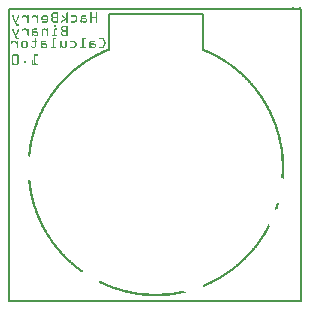
<source format=gbo>
G04 MADE WITH FRITZING*
G04 WWW.FRITZING.ORG*
G04 DOUBLE SIDED*
G04 HOLES PLATED*
G04 CONTOUR ON CENTER OF CONTOUR VECTOR*
%ASAXBY*%
%FSLAX23Y23*%
%MOIN*%
%OFA0B0*%
%SFA1.0B1.0*%
%ADD10R,0.984252X0.984252X0.968252X0.968252*%
%ADD11C,0.008000*%
%ADD12R,0.001000X0.001000*%
%LNSILK0*%
G90*
G70*
G54D11*
X4Y980D02*
X980Y980D01*
X980Y4D01*
X4Y4D01*
X4Y980D01*
D02*
X653Y843D02*
X653Y961D01*
D02*
X653Y961D02*
X338Y961D01*
D02*
X338Y961D02*
X338Y843D01*
G54D12*
X949Y984D02*
X955Y984D01*
X972Y984D02*
X978Y984D01*
X949Y983D02*
X955Y983D01*
X972Y983D02*
X978Y983D01*
X949Y982D02*
X955Y982D01*
X972Y982D02*
X978Y982D01*
X949Y981D02*
X955Y981D01*
X972Y981D02*
X978Y981D01*
X949Y980D02*
X955Y980D01*
X972Y980D02*
X979Y980D01*
X152Y967D02*
X168Y967D01*
X198Y967D02*
X200Y967D01*
X277Y967D02*
X280Y967D01*
X295Y967D02*
X298Y967D01*
X150Y966D02*
X168Y966D01*
X197Y966D02*
X201Y966D01*
X277Y966D02*
X280Y966D01*
X295Y966D02*
X298Y966D01*
X149Y965D02*
X168Y965D01*
X197Y965D02*
X201Y965D01*
X277Y965D02*
X280Y965D01*
X295Y965D02*
X298Y965D01*
X148Y964D02*
X168Y964D01*
X197Y964D02*
X201Y964D01*
X277Y964D02*
X280Y964D01*
X295Y964D02*
X298Y964D01*
X148Y963D02*
X153Y963D01*
X165Y963D02*
X168Y963D01*
X197Y963D02*
X201Y963D01*
X277Y963D02*
X280Y963D01*
X295Y963D02*
X298Y963D01*
X147Y962D02*
X152Y962D01*
X165Y962D02*
X168Y962D01*
X197Y962D02*
X201Y962D01*
X277Y962D02*
X280Y962D01*
X295Y962D02*
X298Y962D01*
X147Y961D02*
X151Y961D01*
X165Y961D02*
X168Y961D01*
X197Y961D02*
X201Y961D01*
X277Y961D02*
X280Y961D01*
X295Y961D02*
X298Y961D01*
X147Y960D02*
X151Y960D01*
X165Y960D02*
X168Y960D01*
X197Y960D02*
X201Y960D01*
X277Y960D02*
X280Y960D01*
X295Y960D02*
X298Y960D01*
X147Y959D02*
X150Y959D01*
X165Y959D02*
X168Y959D01*
X197Y959D02*
X201Y959D01*
X277Y959D02*
X280Y959D01*
X295Y959D02*
X298Y959D01*
X18Y958D02*
X19Y958D01*
X36Y958D02*
X37Y958D01*
X54Y958D02*
X61Y958D01*
X68Y958D02*
X70Y958D01*
X86Y958D02*
X93Y958D01*
X101Y958D02*
X102Y958D01*
X120Y958D02*
X129Y958D01*
X147Y958D02*
X150Y958D01*
X165Y958D02*
X168Y958D01*
X183Y958D02*
X184Y958D01*
X197Y958D02*
X201Y958D01*
X213Y958D02*
X225Y958D01*
X249Y958D02*
X260Y958D01*
X277Y958D02*
X280Y958D01*
X295Y958D02*
X298Y958D01*
X17Y957D02*
X20Y957D01*
X35Y957D02*
X38Y957D01*
X52Y957D02*
X62Y957D01*
X67Y957D02*
X70Y957D01*
X85Y957D02*
X94Y957D01*
X100Y957D02*
X103Y957D01*
X119Y957D02*
X131Y957D01*
X147Y957D02*
X150Y957D01*
X165Y957D02*
X168Y957D01*
X182Y957D02*
X185Y957D01*
X197Y957D02*
X201Y957D01*
X212Y957D02*
X227Y957D01*
X248Y957D02*
X261Y957D01*
X277Y957D02*
X280Y957D01*
X295Y957D02*
X298Y957D01*
X17Y956D02*
X20Y956D01*
X35Y956D02*
X38Y956D01*
X51Y956D02*
X63Y956D01*
X67Y956D02*
X71Y956D01*
X83Y956D02*
X96Y956D01*
X100Y956D02*
X103Y956D01*
X117Y956D02*
X133Y956D01*
X147Y956D02*
X151Y956D01*
X165Y956D02*
X168Y956D01*
X182Y956D02*
X186Y956D01*
X197Y956D02*
X201Y956D01*
X212Y956D02*
X228Y956D01*
X247Y956D02*
X261Y956D01*
X277Y956D02*
X280Y956D01*
X295Y956D02*
X298Y956D01*
X17Y955D02*
X20Y955D01*
X35Y955D02*
X38Y955D01*
X50Y955D02*
X64Y955D01*
X67Y955D02*
X71Y955D01*
X83Y955D02*
X97Y955D01*
X100Y955D02*
X103Y955D01*
X116Y955D02*
X134Y955D01*
X147Y955D02*
X151Y955D01*
X165Y955D02*
X168Y955D01*
X182Y955D02*
X188Y955D01*
X197Y955D02*
X201Y955D01*
X212Y955D02*
X229Y955D01*
X246Y955D02*
X261Y955D01*
X277Y955D02*
X280Y955D01*
X295Y955D02*
X298Y955D01*
X17Y954D02*
X20Y954D01*
X35Y954D02*
X38Y954D01*
X50Y954D02*
X65Y954D01*
X67Y954D02*
X71Y954D01*
X82Y954D02*
X103Y954D01*
X115Y954D02*
X134Y954D01*
X147Y954D02*
X152Y954D01*
X165Y954D02*
X168Y954D01*
X183Y954D02*
X189Y954D01*
X197Y954D02*
X201Y954D01*
X213Y954D02*
X230Y954D01*
X245Y954D02*
X260Y954D01*
X277Y954D02*
X280Y954D01*
X295Y954D02*
X298Y954D01*
X17Y953D02*
X20Y953D01*
X35Y953D02*
X38Y953D01*
X49Y953D02*
X53Y953D01*
X61Y953D02*
X71Y953D01*
X82Y953D02*
X86Y953D01*
X93Y953D02*
X103Y953D01*
X115Y953D02*
X120Y953D01*
X130Y953D02*
X135Y953D01*
X148Y953D02*
X153Y953D01*
X164Y953D02*
X168Y953D01*
X184Y953D02*
X190Y953D01*
X197Y953D02*
X201Y953D01*
X225Y953D02*
X231Y953D01*
X245Y953D02*
X249Y953D01*
X277Y953D02*
X280Y953D01*
X294Y953D02*
X298Y953D01*
X17Y952D02*
X21Y952D01*
X34Y952D02*
X38Y952D01*
X49Y952D02*
X53Y952D01*
X62Y952D02*
X71Y952D01*
X82Y952D02*
X85Y952D01*
X94Y952D02*
X103Y952D01*
X114Y952D02*
X119Y952D01*
X131Y952D02*
X135Y952D01*
X148Y952D02*
X168Y952D01*
X185Y952D02*
X191Y952D01*
X197Y952D02*
X201Y952D01*
X226Y952D02*
X232Y952D01*
X245Y952D02*
X248Y952D01*
X277Y952D02*
X298Y952D01*
X17Y951D02*
X21Y951D01*
X34Y951D02*
X38Y951D01*
X49Y951D02*
X53Y951D01*
X63Y951D02*
X71Y951D01*
X82Y951D02*
X85Y951D01*
X95Y951D02*
X103Y951D01*
X114Y951D02*
X118Y951D01*
X132Y951D02*
X136Y951D01*
X149Y951D02*
X168Y951D01*
X186Y951D02*
X192Y951D01*
X197Y951D02*
X201Y951D01*
X228Y951D02*
X233Y951D01*
X245Y951D02*
X248Y951D01*
X277Y951D02*
X298Y951D01*
X18Y950D02*
X22Y950D01*
X33Y950D02*
X37Y950D01*
X49Y950D02*
X53Y950D01*
X64Y950D02*
X71Y950D01*
X82Y950D02*
X85Y950D01*
X97Y950D02*
X103Y950D01*
X114Y950D02*
X118Y950D01*
X132Y950D02*
X136Y950D01*
X150Y950D02*
X168Y950D01*
X187Y950D02*
X193Y950D01*
X197Y950D02*
X201Y950D01*
X229Y950D02*
X233Y950D01*
X245Y950D02*
X248Y950D01*
X277Y950D02*
X298Y950D01*
X18Y949D02*
X22Y949D01*
X33Y949D02*
X37Y949D01*
X50Y949D02*
X52Y949D01*
X65Y949D02*
X71Y949D01*
X82Y949D02*
X85Y949D01*
X98Y949D02*
X103Y949D01*
X114Y949D02*
X118Y949D01*
X132Y949D02*
X136Y949D01*
X149Y949D02*
X168Y949D01*
X189Y949D02*
X195Y949D01*
X197Y949D02*
X201Y949D01*
X229Y949D02*
X233Y949D01*
X245Y949D02*
X248Y949D01*
X277Y949D02*
X298Y949D01*
X18Y948D02*
X22Y948D01*
X33Y948D02*
X36Y948D01*
X66Y948D02*
X71Y948D01*
X99Y948D02*
X103Y948D01*
X114Y948D02*
X118Y948D01*
X132Y948D02*
X136Y948D01*
X148Y948D02*
X154Y948D01*
X164Y948D02*
X168Y948D01*
X190Y948D02*
X201Y948D01*
X230Y948D02*
X233Y948D01*
X245Y948D02*
X262Y948D01*
X277Y948D02*
X281Y948D01*
X294Y948D02*
X298Y948D01*
X19Y947D02*
X23Y947D01*
X32Y947D02*
X36Y947D01*
X67Y947D02*
X71Y947D01*
X100Y947D02*
X103Y947D01*
X114Y947D02*
X118Y947D01*
X132Y947D02*
X136Y947D01*
X147Y947D02*
X152Y947D01*
X165Y947D02*
X168Y947D01*
X191Y947D02*
X201Y947D01*
X230Y947D02*
X233Y947D01*
X245Y947D02*
X263Y947D01*
X277Y947D02*
X280Y947D01*
X295Y947D02*
X298Y947D01*
X19Y946D02*
X23Y946D01*
X32Y946D02*
X36Y946D01*
X67Y946D02*
X71Y946D01*
X100Y946D02*
X103Y946D01*
X114Y946D02*
X136Y946D01*
X147Y946D02*
X151Y946D01*
X165Y946D02*
X168Y946D01*
X191Y946D02*
X201Y946D01*
X230Y946D02*
X233Y946D01*
X245Y946D02*
X264Y946D01*
X277Y946D02*
X280Y946D01*
X295Y946D02*
X298Y946D01*
X20Y945D02*
X24Y945D01*
X31Y945D02*
X35Y945D01*
X67Y945D02*
X71Y945D01*
X100Y945D02*
X103Y945D01*
X114Y945D02*
X136Y945D01*
X147Y945D02*
X151Y945D01*
X165Y945D02*
X168Y945D01*
X190Y945D02*
X201Y945D01*
X230Y945D02*
X233Y945D01*
X245Y945D02*
X265Y945D01*
X277Y945D02*
X280Y945D01*
X295Y945D02*
X298Y945D01*
X20Y944D02*
X24Y944D01*
X31Y944D02*
X35Y944D01*
X67Y944D02*
X71Y944D01*
X100Y944D02*
X103Y944D01*
X114Y944D02*
X136Y944D01*
X147Y944D02*
X150Y944D01*
X165Y944D02*
X168Y944D01*
X188Y944D02*
X201Y944D01*
X230Y944D02*
X233Y944D01*
X245Y944D02*
X249Y944D01*
X261Y944D02*
X265Y944D01*
X277Y944D02*
X280Y944D01*
X295Y944D02*
X298Y944D01*
X21Y943D02*
X25Y943D01*
X30Y943D02*
X34Y943D01*
X67Y943D02*
X71Y943D01*
X100Y943D02*
X103Y943D01*
X115Y943D02*
X136Y943D01*
X147Y943D02*
X150Y943D01*
X165Y943D02*
X168Y943D01*
X187Y943D02*
X193Y943D01*
X196Y943D02*
X201Y943D01*
X230Y943D02*
X233Y943D01*
X245Y943D02*
X248Y943D01*
X262Y943D02*
X266Y943D01*
X277Y943D02*
X280Y943D01*
X295Y943D02*
X298Y943D01*
X21Y942D02*
X25Y942D01*
X30Y942D02*
X34Y942D01*
X67Y942D02*
X71Y942D01*
X100Y942D02*
X103Y942D01*
X132Y942D02*
X136Y942D01*
X147Y942D02*
X150Y942D01*
X165Y942D02*
X168Y942D01*
X186Y942D02*
X192Y942D01*
X197Y942D02*
X201Y942D01*
X229Y942D02*
X233Y942D01*
X244Y942D02*
X248Y942D01*
X262Y942D02*
X266Y942D01*
X277Y942D02*
X280Y942D01*
X295Y942D02*
X298Y942D01*
X22Y941D02*
X26Y941D01*
X29Y941D02*
X33Y941D01*
X67Y941D02*
X71Y941D01*
X100Y941D02*
X103Y941D01*
X132Y941D02*
X136Y941D01*
X147Y941D02*
X150Y941D01*
X165Y941D02*
X168Y941D01*
X185Y941D02*
X191Y941D01*
X197Y941D02*
X201Y941D01*
X229Y941D02*
X233Y941D01*
X244Y941D02*
X248Y941D01*
X262Y941D02*
X266Y941D01*
X277Y941D02*
X280Y941D01*
X295Y941D02*
X298Y941D01*
X22Y940D02*
X26Y940D01*
X29Y940D02*
X33Y940D01*
X67Y940D02*
X71Y940D01*
X100Y940D02*
X103Y940D01*
X132Y940D02*
X136Y940D01*
X147Y940D02*
X151Y940D01*
X165Y940D02*
X168Y940D01*
X184Y940D02*
X190Y940D01*
X197Y940D02*
X201Y940D01*
X227Y940D02*
X232Y940D01*
X244Y940D02*
X248Y940D01*
X262Y940D02*
X266Y940D01*
X277Y940D02*
X280Y940D01*
X295Y940D02*
X298Y940D01*
X22Y939D02*
X33Y939D01*
X67Y939D02*
X71Y939D01*
X100Y939D02*
X103Y939D01*
X131Y939D02*
X135Y939D01*
X147Y939D02*
X152Y939D01*
X165Y939D02*
X168Y939D01*
X183Y939D02*
X189Y939D01*
X197Y939D02*
X201Y939D01*
X226Y939D02*
X232Y939D01*
X244Y939D02*
X250Y939D01*
X262Y939D02*
X266Y939D01*
X277Y939D02*
X280Y939D01*
X295Y939D02*
X298Y939D01*
X23Y938D02*
X32Y938D01*
X67Y938D02*
X71Y938D01*
X100Y938D02*
X103Y938D01*
X130Y938D02*
X135Y938D01*
X148Y938D02*
X153Y938D01*
X165Y938D02*
X168Y938D01*
X181Y938D02*
X187Y938D01*
X197Y938D02*
X201Y938D01*
X225Y938D02*
X231Y938D01*
X244Y938D02*
X252Y938D01*
X261Y938D02*
X265Y938D01*
X277Y938D02*
X280Y938D01*
X295Y938D02*
X298Y938D01*
X23Y937D02*
X32Y937D01*
X67Y937D02*
X71Y937D01*
X100Y937D02*
X103Y937D01*
X115Y937D02*
X134Y937D01*
X148Y937D02*
X168Y937D01*
X180Y937D02*
X186Y937D01*
X197Y937D02*
X201Y937D01*
X213Y937D02*
X230Y937D01*
X244Y937D02*
X265Y937D01*
X277Y937D02*
X280Y937D01*
X295Y937D02*
X298Y937D01*
X24Y936D02*
X31Y936D01*
X67Y936D02*
X71Y936D01*
X100Y936D02*
X103Y936D01*
X114Y936D02*
X133Y936D01*
X149Y936D02*
X168Y936D01*
X179Y936D02*
X185Y936D01*
X197Y936D02*
X201Y936D01*
X212Y936D02*
X229Y936D01*
X244Y936D02*
X265Y936D01*
X277Y936D02*
X280Y936D01*
X295Y936D02*
X298Y936D01*
X24Y935D02*
X30Y935D01*
X67Y935D02*
X71Y935D01*
X100Y935D02*
X103Y935D01*
X114Y935D02*
X132Y935D01*
X150Y935D02*
X168Y935D01*
X179Y935D02*
X184Y935D01*
X197Y935D02*
X201Y935D01*
X212Y935D02*
X228Y935D01*
X244Y935D02*
X264Y935D01*
X277Y935D02*
X280Y935D01*
X295Y935D02*
X298Y935D01*
X25Y934D02*
X29Y934D01*
X67Y934D02*
X70Y934D01*
X100Y934D02*
X103Y934D01*
X115Y934D02*
X131Y934D01*
X152Y934D02*
X168Y934D01*
X180Y934D02*
X183Y934D01*
X197Y934D02*
X200Y934D01*
X212Y934D02*
X226Y934D01*
X245Y934D02*
X247Y934D01*
X251Y934D02*
X262Y934D01*
X277Y934D02*
X280Y934D01*
X295Y934D02*
X298Y934D01*
X25Y933D02*
X29Y933D01*
X69Y933D02*
X69Y933D01*
X101Y933D02*
X102Y933D01*
X116Y933D02*
X129Y933D01*
X154Y933D02*
X168Y933D01*
X181Y933D02*
X181Y933D01*
X199Y933D02*
X199Y933D01*
X213Y933D02*
X223Y933D01*
X246Y933D02*
X246Y933D01*
X253Y933D02*
X260Y933D01*
X278Y933D02*
X279Y933D01*
X296Y933D02*
X297Y933D01*
X25Y932D02*
X29Y932D01*
X26Y931D02*
X30Y931D01*
X26Y930D02*
X30Y930D01*
X27Y929D02*
X31Y929D01*
X27Y928D02*
X31Y928D01*
X28Y927D02*
X38Y927D01*
X28Y926D02*
X38Y926D01*
X29Y925D02*
X38Y925D01*
X157Y925D02*
X161Y925D01*
X29Y924D02*
X37Y924D01*
X156Y924D02*
X162Y924D01*
X156Y923D02*
X162Y923D01*
X185Y923D02*
X201Y923D01*
X156Y922D02*
X162Y922D01*
X184Y922D02*
X201Y922D01*
X156Y921D02*
X162Y921D01*
X182Y921D02*
X201Y921D01*
X156Y920D02*
X161Y920D01*
X181Y920D02*
X201Y920D01*
X181Y919D02*
X187Y919D01*
X197Y919D02*
X201Y919D01*
X180Y918D02*
X185Y918D01*
X197Y918D02*
X201Y918D01*
X180Y917D02*
X184Y917D01*
X197Y917D02*
X201Y917D01*
X180Y916D02*
X183Y916D01*
X197Y916D02*
X201Y916D01*
X180Y915D02*
X183Y915D01*
X197Y915D02*
X201Y915D01*
X19Y914D02*
X19Y914D01*
X56Y914D02*
X60Y914D01*
X69Y914D02*
X69Y914D01*
X89Y914D02*
X97Y914D01*
X121Y914D02*
X124Y914D01*
X134Y914D02*
X134Y914D01*
X158Y914D02*
X164Y914D01*
X179Y914D02*
X183Y914D01*
X197Y914D02*
X201Y914D01*
X17Y913D02*
X20Y913D01*
X35Y913D02*
X38Y913D01*
X53Y913D02*
X62Y913D01*
X68Y913D02*
X70Y913D01*
X86Y913D02*
X99Y913D01*
X118Y913D02*
X127Y913D01*
X133Y913D02*
X135Y913D01*
X156Y913D02*
X166Y913D01*
X179Y913D02*
X183Y913D01*
X197Y913D02*
X201Y913D01*
X17Y912D02*
X21Y912D01*
X35Y912D02*
X38Y912D01*
X52Y912D02*
X63Y912D01*
X67Y912D02*
X71Y912D01*
X85Y912D02*
X99Y912D01*
X117Y912D02*
X129Y912D01*
X132Y912D02*
X136Y912D01*
X156Y912D02*
X166Y912D01*
X180Y912D02*
X183Y912D01*
X197Y912D02*
X201Y912D01*
X17Y911D02*
X21Y911D01*
X35Y911D02*
X38Y911D01*
X51Y911D02*
X64Y911D01*
X67Y911D02*
X71Y911D01*
X84Y911D02*
X99Y911D01*
X116Y911D02*
X130Y911D01*
X132Y911D02*
X136Y911D01*
X156Y911D02*
X166Y911D01*
X180Y911D02*
X183Y911D01*
X197Y911D02*
X201Y911D01*
X17Y910D02*
X21Y910D01*
X35Y910D02*
X38Y910D01*
X50Y910D02*
X65Y910D01*
X67Y910D02*
X71Y910D01*
X83Y910D02*
X98Y910D01*
X116Y910D02*
X136Y910D01*
X156Y910D02*
X165Y910D01*
X180Y910D02*
X184Y910D01*
X197Y910D02*
X201Y910D01*
X17Y909D02*
X21Y909D01*
X35Y909D02*
X38Y909D01*
X50Y909D02*
X54Y909D01*
X60Y909D02*
X71Y909D01*
X83Y909D02*
X87Y909D01*
X115Y909D02*
X120Y909D01*
X126Y909D02*
X136Y909D01*
X156Y909D02*
X159Y909D01*
X180Y909D02*
X185Y909D01*
X197Y909D02*
X201Y909D01*
X17Y908D02*
X21Y908D01*
X35Y908D02*
X38Y908D01*
X50Y908D02*
X53Y908D01*
X62Y908D02*
X71Y908D01*
X83Y908D02*
X86Y908D01*
X115Y908D02*
X119Y908D01*
X127Y908D02*
X136Y908D01*
X156Y908D02*
X159Y908D01*
X181Y908D02*
X201Y908D01*
X17Y907D02*
X21Y907D01*
X34Y907D02*
X38Y907D01*
X49Y907D02*
X53Y907D01*
X63Y907D02*
X71Y907D01*
X83Y907D02*
X86Y907D01*
X115Y907D02*
X119Y907D01*
X129Y907D02*
X136Y907D01*
X156Y907D02*
X159Y907D01*
X182Y907D02*
X201Y907D01*
X18Y906D02*
X22Y906D01*
X34Y906D02*
X38Y906D01*
X50Y906D02*
X53Y906D01*
X64Y906D02*
X71Y906D01*
X83Y906D02*
X86Y906D01*
X115Y906D02*
X119Y906D01*
X130Y906D02*
X136Y906D01*
X156Y906D02*
X159Y906D01*
X182Y906D02*
X201Y906D01*
X18Y905D02*
X22Y905D01*
X33Y905D02*
X37Y905D01*
X50Y905D02*
X53Y905D01*
X65Y905D02*
X71Y905D01*
X82Y905D02*
X86Y905D01*
X115Y905D02*
X119Y905D01*
X132Y905D02*
X136Y905D01*
X156Y905D02*
X159Y905D01*
X182Y905D02*
X201Y905D01*
X19Y904D02*
X23Y904D01*
X33Y904D02*
X37Y904D01*
X51Y904D02*
X52Y904D01*
X66Y904D02*
X71Y904D01*
X82Y904D02*
X99Y904D01*
X115Y904D02*
X118Y904D01*
X132Y904D02*
X136Y904D01*
X156Y904D02*
X159Y904D01*
X181Y904D02*
X201Y904D01*
X19Y903D02*
X23Y903D01*
X32Y903D02*
X36Y903D01*
X67Y903D02*
X71Y903D01*
X82Y903D02*
X101Y903D01*
X115Y903D02*
X118Y903D01*
X132Y903D02*
X136Y903D01*
X156Y903D02*
X159Y903D01*
X180Y903D02*
X185Y903D01*
X197Y903D02*
X201Y903D01*
X19Y902D02*
X23Y902D01*
X32Y902D02*
X36Y902D01*
X67Y902D02*
X71Y902D01*
X82Y902D02*
X102Y902D01*
X115Y902D02*
X118Y902D01*
X132Y902D02*
X136Y902D01*
X156Y902D02*
X159Y902D01*
X180Y902D02*
X184Y902D01*
X197Y902D02*
X201Y902D01*
X20Y901D02*
X24Y901D01*
X32Y901D02*
X36Y901D01*
X67Y901D02*
X71Y901D01*
X82Y901D02*
X103Y901D01*
X115Y901D02*
X118Y901D01*
X132Y901D02*
X136Y901D01*
X156Y901D02*
X159Y901D01*
X180Y901D02*
X183Y901D01*
X197Y901D02*
X201Y901D01*
X20Y900D02*
X24Y900D01*
X31Y900D02*
X35Y900D01*
X67Y900D02*
X71Y900D01*
X82Y900D02*
X103Y900D01*
X115Y900D02*
X118Y900D01*
X132Y900D02*
X136Y900D01*
X156Y900D02*
X159Y900D01*
X180Y900D02*
X183Y900D01*
X197Y900D02*
X201Y900D01*
X21Y899D02*
X25Y899D01*
X31Y899D02*
X35Y899D01*
X67Y899D02*
X71Y899D01*
X82Y899D02*
X86Y899D01*
X99Y899D02*
X103Y899D01*
X115Y899D02*
X118Y899D01*
X132Y899D02*
X136Y899D01*
X156Y899D02*
X159Y899D01*
X179Y899D02*
X183Y899D01*
X197Y899D02*
X201Y899D01*
X21Y898D02*
X25Y898D01*
X30Y898D02*
X34Y898D01*
X67Y898D02*
X71Y898D01*
X82Y898D02*
X86Y898D01*
X100Y898D02*
X103Y898D01*
X115Y898D02*
X118Y898D01*
X132Y898D02*
X136Y898D01*
X156Y898D02*
X159Y898D01*
X179Y898D02*
X183Y898D01*
X197Y898D02*
X201Y898D01*
X22Y897D02*
X26Y897D01*
X30Y897D02*
X34Y897D01*
X67Y897D02*
X71Y897D01*
X82Y897D02*
X86Y897D01*
X100Y897D02*
X103Y897D01*
X115Y897D02*
X118Y897D01*
X132Y897D02*
X136Y897D01*
X156Y897D02*
X159Y897D01*
X180Y897D02*
X183Y897D01*
X197Y897D02*
X201Y897D01*
X22Y896D02*
X26Y896D01*
X29Y896D02*
X33Y896D01*
X67Y896D02*
X71Y896D01*
X82Y896D02*
X86Y896D01*
X100Y896D02*
X103Y896D01*
X115Y896D02*
X118Y896D01*
X132Y896D02*
X136Y896D01*
X156Y896D02*
X159Y896D01*
X180Y896D02*
X183Y896D01*
X197Y896D02*
X201Y896D01*
X22Y895D02*
X27Y895D01*
X29Y895D02*
X33Y895D01*
X67Y895D02*
X71Y895D01*
X82Y895D02*
X87Y895D01*
X100Y895D02*
X103Y895D01*
X115Y895D02*
X118Y895D01*
X132Y895D02*
X136Y895D01*
X156Y895D02*
X159Y895D01*
X180Y895D02*
X184Y895D01*
X197Y895D02*
X201Y895D01*
X23Y894D02*
X32Y894D01*
X67Y894D02*
X71Y894D01*
X82Y894D02*
X89Y894D01*
X99Y894D02*
X103Y894D01*
X115Y894D02*
X118Y894D01*
X132Y894D02*
X136Y894D01*
X156Y894D02*
X159Y894D01*
X180Y894D02*
X185Y894D01*
X197Y894D02*
X201Y894D01*
X23Y893D02*
X32Y893D01*
X67Y893D02*
X71Y893D01*
X82Y893D02*
X103Y893D01*
X115Y893D02*
X118Y893D01*
X132Y893D02*
X136Y893D01*
X151Y893D02*
X164Y893D01*
X181Y893D02*
X201Y893D01*
X24Y892D02*
X32Y892D01*
X67Y892D02*
X71Y892D01*
X82Y892D02*
X102Y892D01*
X115Y892D02*
X118Y892D01*
X132Y892D02*
X136Y892D01*
X150Y892D02*
X166Y892D01*
X182Y892D02*
X201Y892D01*
X24Y891D02*
X31Y891D01*
X67Y891D02*
X71Y891D01*
X82Y891D02*
X102Y891D01*
X115Y891D02*
X118Y891D01*
X132Y891D02*
X136Y891D01*
X149Y891D02*
X166Y891D01*
X182Y891D02*
X201Y891D01*
X25Y890D02*
X29Y890D01*
X68Y890D02*
X71Y890D01*
X82Y890D02*
X85Y890D01*
X88Y890D02*
X101Y890D01*
X115Y890D02*
X118Y890D01*
X133Y890D02*
X136Y890D01*
X149Y890D02*
X166Y890D01*
X184Y890D02*
X201Y890D01*
X25Y889D02*
X29Y889D01*
X68Y889D02*
X70Y889D01*
X83Y889D02*
X85Y889D01*
X90Y889D02*
X99Y889D01*
X115Y889D02*
X117Y889D01*
X133Y889D02*
X135Y889D01*
X150Y889D02*
X165Y889D01*
X186Y889D02*
X201Y889D01*
X26Y888D02*
X30Y888D01*
X26Y887D02*
X30Y887D01*
X26Y886D02*
X30Y886D01*
X27Y885D02*
X31Y885D01*
X27Y884D02*
X31Y884D01*
X28Y883D02*
X37Y883D01*
X154Y883D02*
X161Y883D01*
X251Y883D02*
X259Y883D01*
X308Y883D02*
X317Y883D01*
X28Y882D02*
X38Y882D01*
X153Y882D02*
X162Y882D01*
X250Y882D02*
X260Y882D01*
X306Y882D02*
X320Y882D01*
X29Y881D02*
X38Y881D01*
X93Y881D02*
X94Y881D01*
X153Y881D02*
X163Y881D01*
X250Y881D02*
X260Y881D01*
X306Y881D02*
X321Y881D01*
X29Y880D02*
X38Y880D01*
X92Y880D02*
X95Y880D01*
X152Y880D02*
X162Y880D01*
X250Y880D02*
X260Y880D01*
X306Y880D02*
X321Y880D01*
X31Y879D02*
X36Y879D01*
X92Y879D02*
X95Y879D01*
X152Y879D02*
X162Y879D01*
X250Y879D02*
X259Y879D01*
X307Y879D02*
X322Y879D01*
X92Y878D02*
X95Y878D01*
X152Y878D02*
X156Y878D01*
X250Y878D02*
X254Y878D01*
X318Y878D02*
X323Y878D01*
X92Y877D02*
X95Y877D01*
X152Y877D02*
X156Y877D01*
X250Y877D02*
X254Y877D01*
X319Y877D02*
X323Y877D01*
X92Y876D02*
X95Y876D01*
X152Y876D02*
X156Y876D01*
X250Y876D02*
X254Y876D01*
X319Y876D02*
X324Y876D01*
X92Y875D02*
X95Y875D01*
X152Y875D02*
X156Y875D01*
X250Y875D02*
X254Y875D01*
X320Y875D02*
X324Y875D01*
X92Y874D02*
X96Y874D01*
X152Y874D02*
X156Y874D01*
X250Y874D02*
X254Y874D01*
X320Y874D02*
X324Y874D01*
X18Y873D02*
X25Y873D01*
X32Y873D02*
X34Y873D01*
X52Y873D02*
X62Y873D01*
X82Y873D02*
X99Y873D01*
X116Y873D02*
X127Y873D01*
X152Y873D02*
X156Y873D01*
X177Y873D02*
X179Y873D01*
X195Y873D02*
X197Y873D01*
X209Y873D02*
X222Y873D01*
X250Y873D02*
X254Y873D01*
X278Y873D02*
X290Y873D01*
X321Y873D02*
X325Y873D01*
X16Y872D02*
X27Y872D01*
X32Y872D02*
X35Y872D01*
X50Y872D02*
X63Y872D01*
X81Y872D02*
X100Y872D01*
X114Y872D02*
X128Y872D01*
X152Y872D02*
X156Y872D01*
X176Y872D02*
X179Y872D01*
X194Y872D02*
X197Y872D01*
X209Y872D02*
X224Y872D01*
X250Y872D02*
X254Y872D01*
X277Y872D02*
X290Y872D01*
X321Y872D02*
X325Y872D01*
X15Y871D02*
X28Y871D01*
X31Y871D02*
X35Y871D01*
X49Y871D02*
X65Y871D01*
X81Y871D02*
X100Y871D01*
X113Y871D02*
X128Y871D01*
X152Y871D02*
X156Y871D01*
X176Y871D02*
X180Y871D01*
X194Y871D02*
X197Y871D01*
X209Y871D02*
X225Y871D01*
X250Y871D02*
X254Y871D01*
X276Y871D02*
X290Y871D01*
X322Y871D02*
X326Y871D01*
X14Y870D02*
X29Y870D01*
X31Y870D02*
X35Y870D01*
X48Y870D02*
X66Y870D01*
X81Y870D02*
X99Y870D01*
X112Y870D02*
X127Y870D01*
X152Y870D02*
X156Y870D01*
X176Y870D02*
X180Y870D01*
X194Y870D02*
X197Y870D01*
X209Y870D02*
X226Y870D01*
X250Y870D02*
X254Y870D01*
X275Y870D02*
X290Y870D01*
X322Y870D02*
X326Y870D01*
X14Y869D02*
X19Y869D01*
X24Y869D02*
X35Y869D01*
X47Y869D02*
X53Y869D01*
X61Y869D02*
X66Y869D01*
X92Y869D02*
X96Y869D01*
X112Y869D02*
X117Y869D01*
X152Y869D02*
X156Y869D01*
X176Y869D02*
X180Y869D01*
X194Y869D02*
X197Y869D01*
X221Y869D02*
X227Y869D01*
X250Y869D02*
X254Y869D01*
X274Y869D02*
X279Y869D01*
X323Y869D02*
X327Y869D01*
X14Y868D02*
X17Y868D01*
X25Y868D02*
X35Y868D01*
X47Y868D02*
X51Y868D01*
X62Y868D02*
X67Y868D01*
X92Y868D02*
X95Y868D01*
X112Y868D02*
X115Y868D01*
X152Y868D02*
X156Y868D01*
X176Y868D02*
X180Y868D01*
X194Y868D02*
X197Y868D01*
X222Y868D02*
X228Y868D01*
X250Y868D02*
X254Y868D01*
X274Y868D02*
X278Y868D01*
X323Y868D02*
X327Y868D01*
X14Y867D02*
X17Y867D01*
X26Y867D02*
X35Y867D01*
X46Y867D02*
X50Y867D01*
X63Y867D02*
X67Y867D01*
X92Y867D02*
X95Y867D01*
X112Y867D02*
X115Y867D01*
X152Y867D02*
X156Y867D01*
X176Y867D02*
X180Y867D01*
X194Y867D02*
X197Y867D01*
X224Y867D02*
X229Y867D01*
X250Y867D02*
X254Y867D01*
X274Y867D02*
X278Y867D01*
X324Y867D02*
X327Y867D01*
X14Y866D02*
X17Y866D01*
X28Y866D02*
X35Y866D01*
X46Y866D02*
X50Y866D01*
X64Y866D02*
X67Y866D01*
X92Y866D02*
X95Y866D01*
X112Y866D02*
X115Y866D01*
X152Y866D02*
X156Y866D01*
X176Y866D02*
X180Y866D01*
X194Y866D02*
X197Y866D01*
X225Y866D02*
X229Y866D01*
X250Y866D02*
X254Y866D01*
X274Y866D02*
X278Y866D01*
X324Y866D02*
X327Y866D01*
X14Y865D02*
X17Y865D01*
X29Y865D02*
X35Y865D01*
X46Y865D02*
X50Y865D01*
X64Y865D02*
X67Y865D01*
X92Y865D02*
X95Y865D01*
X112Y865D02*
X115Y865D01*
X152Y865D02*
X156Y865D01*
X176Y865D02*
X180Y865D01*
X194Y865D02*
X197Y865D01*
X226Y865D02*
X230Y865D01*
X250Y865D02*
X254Y865D01*
X274Y865D02*
X278Y865D01*
X324Y865D02*
X327Y865D01*
X14Y864D02*
X16Y864D01*
X30Y864D02*
X35Y864D01*
X46Y864D02*
X50Y864D01*
X64Y864D02*
X67Y864D01*
X92Y864D02*
X95Y864D01*
X111Y864D02*
X115Y864D01*
X117Y864D02*
X127Y864D01*
X152Y864D02*
X156Y864D01*
X176Y864D02*
X180Y864D01*
X194Y864D02*
X197Y864D01*
X226Y864D02*
X230Y864D01*
X250Y864D02*
X254Y864D01*
X274Y864D02*
X278Y864D01*
X280Y864D02*
X289Y864D01*
X324Y864D02*
X327Y864D01*
X31Y863D02*
X35Y863D01*
X46Y863D02*
X50Y863D01*
X64Y863D02*
X67Y863D01*
X92Y863D02*
X95Y863D01*
X111Y863D02*
X129Y863D01*
X152Y863D02*
X156Y863D01*
X176Y863D02*
X180Y863D01*
X194Y863D02*
X197Y863D01*
X226Y863D02*
X230Y863D01*
X250Y863D02*
X254Y863D01*
X274Y863D02*
X292Y863D01*
X323Y863D02*
X327Y863D01*
X31Y862D02*
X35Y862D01*
X46Y862D02*
X50Y862D01*
X64Y862D02*
X67Y862D01*
X92Y862D02*
X95Y862D01*
X111Y862D02*
X131Y862D01*
X152Y862D02*
X156Y862D01*
X176Y862D02*
X180Y862D01*
X194Y862D02*
X197Y862D01*
X226Y862D02*
X230Y862D01*
X250Y862D02*
X254Y862D01*
X274Y862D02*
X293Y862D01*
X323Y862D02*
X327Y862D01*
X31Y861D02*
X35Y861D01*
X46Y861D02*
X50Y861D01*
X64Y861D02*
X67Y861D01*
X92Y861D02*
X95Y861D01*
X111Y861D02*
X131Y861D01*
X152Y861D02*
X156Y861D01*
X176Y861D02*
X180Y861D01*
X194Y861D02*
X197Y861D01*
X226Y861D02*
X230Y861D01*
X250Y861D02*
X254Y861D01*
X274Y861D02*
X294Y861D01*
X322Y861D02*
X326Y861D01*
X31Y860D02*
X35Y860D01*
X46Y860D02*
X50Y860D01*
X64Y860D02*
X67Y860D01*
X92Y860D02*
X95Y860D01*
X111Y860D02*
X132Y860D01*
X152Y860D02*
X156Y860D01*
X176Y860D02*
X180Y860D01*
X194Y860D02*
X197Y860D01*
X226Y860D02*
X230Y860D01*
X250Y860D02*
X254Y860D01*
X274Y860D02*
X294Y860D01*
X322Y860D02*
X326Y860D01*
X31Y859D02*
X35Y859D01*
X46Y859D02*
X50Y859D01*
X64Y859D02*
X67Y859D01*
X92Y859D02*
X95Y859D01*
X111Y859D02*
X116Y859D01*
X128Y859D02*
X132Y859D01*
X152Y859D02*
X156Y859D01*
X176Y859D02*
X180Y859D01*
X193Y859D02*
X197Y859D01*
X226Y859D02*
X230Y859D01*
X250Y859D02*
X254Y859D01*
X274Y859D02*
X278Y859D01*
X291Y859D02*
X295Y859D01*
X321Y859D02*
X325Y859D01*
X31Y858D02*
X35Y858D01*
X46Y858D02*
X50Y858D01*
X64Y858D02*
X67Y858D01*
X92Y858D02*
X95Y858D01*
X111Y858D02*
X115Y858D01*
X129Y858D02*
X132Y858D01*
X152Y858D02*
X156Y858D01*
X176Y858D02*
X180Y858D01*
X193Y858D02*
X197Y858D01*
X226Y858D02*
X230Y858D01*
X250Y858D02*
X254Y858D01*
X274Y858D02*
X277Y858D01*
X291Y858D02*
X295Y858D01*
X321Y858D02*
X325Y858D01*
X31Y857D02*
X35Y857D01*
X46Y857D02*
X50Y857D01*
X64Y857D02*
X67Y857D01*
X92Y857D02*
X95Y857D01*
X111Y857D02*
X115Y857D01*
X129Y857D02*
X132Y857D01*
X152Y857D02*
X156Y857D01*
X176Y857D02*
X180Y857D01*
X193Y857D02*
X197Y857D01*
X226Y857D02*
X230Y857D01*
X250Y857D02*
X254Y857D01*
X274Y857D02*
X277Y857D01*
X291Y857D02*
X295Y857D01*
X320Y857D02*
X324Y857D01*
X31Y856D02*
X35Y856D01*
X46Y856D02*
X50Y856D01*
X64Y856D02*
X67Y856D01*
X80Y856D02*
X81Y856D01*
X92Y856D02*
X95Y856D01*
X111Y856D02*
X115Y856D01*
X129Y856D02*
X132Y856D01*
X152Y856D02*
X156Y856D01*
X176Y856D02*
X182Y856D01*
X193Y856D02*
X197Y856D01*
X225Y856D02*
X230Y856D01*
X250Y856D02*
X254Y856D01*
X274Y856D02*
X277Y856D01*
X291Y856D02*
X295Y856D01*
X320Y856D02*
X324Y856D01*
X31Y855D02*
X35Y855D01*
X46Y855D02*
X50Y855D01*
X63Y855D02*
X67Y855D01*
X79Y855D02*
X82Y855D01*
X92Y855D02*
X95Y855D01*
X111Y855D02*
X116Y855D01*
X129Y855D02*
X132Y855D01*
X152Y855D02*
X156Y855D01*
X176Y855D02*
X183Y855D01*
X193Y855D02*
X197Y855D01*
X224Y855D02*
X229Y855D01*
X250Y855D02*
X254Y855D01*
X274Y855D02*
X278Y855D01*
X291Y855D02*
X295Y855D01*
X319Y855D02*
X323Y855D01*
X31Y854D02*
X35Y854D01*
X46Y854D02*
X51Y854D01*
X62Y854D02*
X67Y854D01*
X79Y854D02*
X82Y854D01*
X92Y854D02*
X95Y854D01*
X111Y854D02*
X117Y854D01*
X129Y854D02*
X132Y854D01*
X152Y854D02*
X156Y854D01*
X176Y854D02*
X185Y854D01*
X193Y854D02*
X197Y854D01*
X223Y854D02*
X228Y854D01*
X250Y854D02*
X254Y854D01*
X274Y854D02*
X280Y854D01*
X291Y854D02*
X295Y854D01*
X319Y854D02*
X323Y854D01*
X31Y853D02*
X35Y853D01*
X47Y853D02*
X52Y853D01*
X61Y853D02*
X67Y853D01*
X79Y853D02*
X83Y853D01*
X91Y853D02*
X95Y853D01*
X111Y853D02*
X119Y853D01*
X128Y853D02*
X132Y853D01*
X152Y853D02*
X156Y853D01*
X176Y853D02*
X186Y853D01*
X192Y853D02*
X197Y853D01*
X221Y853D02*
X227Y853D01*
X250Y853D02*
X254Y853D01*
X274Y853D02*
X282Y853D01*
X290Y853D02*
X295Y853D01*
X318Y853D02*
X322Y853D01*
X31Y852D02*
X35Y852D01*
X48Y852D02*
X66Y852D01*
X79Y852D02*
X95Y852D01*
X111Y852D02*
X132Y852D01*
X147Y852D02*
X162Y852D01*
X176Y852D02*
X196Y852D01*
X209Y852D02*
X226Y852D01*
X244Y852D02*
X259Y852D01*
X274Y852D02*
X294Y852D01*
X307Y852D02*
X322Y852D01*
X31Y851D02*
X35Y851D01*
X49Y851D02*
X65Y851D01*
X80Y851D02*
X94Y851D01*
X111Y851D02*
X131Y851D01*
X146Y851D02*
X163Y851D01*
X176Y851D02*
X180Y851D01*
X182Y851D02*
X196Y851D01*
X209Y851D02*
X225Y851D01*
X243Y851D02*
X260Y851D01*
X274Y851D02*
X294Y851D01*
X306Y851D02*
X321Y851D01*
X31Y850D02*
X35Y850D01*
X50Y850D02*
X64Y850D01*
X81Y850D02*
X93Y850D01*
X111Y850D02*
X130Y850D01*
X146Y850D02*
X163Y850D01*
X176Y850D02*
X179Y850D01*
X184Y850D02*
X195Y850D01*
X209Y850D02*
X224Y850D01*
X243Y850D02*
X260Y850D01*
X274Y850D02*
X277Y850D01*
X279Y850D02*
X293Y850D01*
X306Y850D02*
X320Y850D01*
X32Y849D02*
X34Y849D01*
X51Y849D02*
X62Y849D01*
X82Y849D02*
X92Y849D01*
X112Y849D02*
X114Y849D01*
X118Y849D02*
X129Y849D01*
X146Y849D02*
X162Y849D01*
X177Y849D02*
X179Y849D01*
X185Y849D02*
X193Y849D01*
X209Y849D02*
X222Y849D01*
X244Y849D02*
X260Y849D01*
X274Y849D02*
X277Y849D01*
X280Y849D02*
X291Y849D01*
X307Y849D02*
X319Y849D01*
X335Y846D02*
X335Y846D01*
X654Y846D02*
X655Y846D01*
X332Y845D02*
X336Y845D01*
X653Y845D02*
X657Y845D01*
X330Y844D02*
X336Y844D01*
X653Y844D02*
X659Y844D01*
X328Y843D02*
X337Y843D01*
X653Y843D02*
X662Y843D01*
X325Y842D02*
X337Y842D01*
X652Y842D02*
X664Y842D01*
X323Y841D02*
X337Y841D01*
X652Y841D02*
X666Y841D01*
X320Y840D02*
X338Y840D01*
X651Y840D02*
X669Y840D01*
X318Y839D02*
X338Y839D01*
X652Y839D02*
X671Y839D01*
X316Y838D02*
X335Y838D01*
X654Y838D02*
X673Y838D01*
X314Y837D02*
X333Y837D01*
X656Y837D02*
X675Y837D01*
X312Y836D02*
X330Y836D01*
X659Y836D02*
X677Y836D01*
X310Y835D02*
X328Y835D01*
X661Y835D02*
X679Y835D01*
X308Y834D02*
X326Y834D01*
X663Y834D02*
X681Y834D01*
X306Y833D02*
X323Y833D01*
X666Y833D02*
X683Y833D01*
X304Y832D02*
X321Y832D01*
X668Y832D02*
X686Y832D01*
X302Y831D02*
X319Y831D01*
X670Y831D02*
X688Y831D01*
X300Y830D02*
X317Y830D01*
X672Y830D02*
X689Y830D01*
X298Y829D02*
X315Y829D01*
X674Y829D02*
X691Y829D01*
X296Y828D02*
X313Y828D01*
X676Y828D02*
X693Y828D01*
X19Y827D02*
X34Y827D01*
X90Y827D02*
X101Y827D01*
X294Y827D02*
X311Y827D01*
X678Y827D02*
X695Y827D01*
X17Y826D02*
X36Y826D01*
X90Y826D02*
X102Y826D01*
X292Y826D02*
X309Y826D01*
X681Y826D02*
X697Y826D01*
X17Y825D02*
X37Y825D01*
X90Y825D02*
X102Y825D01*
X290Y825D02*
X306Y825D01*
X683Y825D02*
X699Y825D01*
X16Y824D02*
X37Y824D01*
X90Y824D02*
X102Y824D01*
X288Y824D02*
X304Y824D01*
X685Y824D02*
X701Y824D01*
X16Y823D02*
X37Y823D01*
X90Y823D02*
X101Y823D01*
X287Y823D02*
X302Y823D01*
X687Y823D02*
X703Y823D01*
X16Y822D02*
X19Y822D01*
X34Y822D02*
X37Y822D01*
X90Y822D02*
X93Y822D01*
X285Y822D02*
X301Y822D01*
X689Y822D02*
X704Y822D01*
X16Y821D02*
X19Y821D01*
X34Y821D02*
X37Y821D01*
X90Y821D02*
X93Y821D01*
X283Y821D02*
X299Y821D01*
X690Y821D02*
X706Y821D01*
X16Y820D02*
X19Y820D01*
X34Y820D02*
X37Y820D01*
X90Y820D02*
X93Y820D01*
X281Y820D02*
X297Y820D01*
X692Y820D02*
X708Y820D01*
X16Y819D02*
X19Y819D01*
X34Y819D02*
X37Y819D01*
X90Y819D02*
X93Y819D01*
X280Y819D02*
X295Y819D01*
X694Y819D02*
X709Y819D01*
X16Y818D02*
X19Y818D01*
X34Y818D02*
X37Y818D01*
X90Y818D02*
X93Y818D01*
X278Y818D02*
X293Y818D01*
X696Y818D02*
X711Y818D01*
X16Y817D02*
X19Y817D01*
X34Y817D02*
X37Y817D01*
X90Y817D02*
X93Y817D01*
X276Y817D02*
X291Y817D01*
X698Y817D02*
X713Y817D01*
X16Y816D02*
X19Y816D01*
X34Y816D02*
X37Y816D01*
X90Y816D02*
X93Y816D01*
X275Y816D02*
X289Y816D01*
X700Y816D02*
X715Y816D01*
X16Y815D02*
X19Y815D01*
X34Y815D02*
X37Y815D01*
X90Y815D02*
X93Y815D01*
X273Y815D02*
X287Y815D01*
X702Y815D02*
X716Y815D01*
X16Y814D02*
X19Y814D01*
X34Y814D02*
X37Y814D01*
X90Y814D02*
X93Y814D01*
X271Y814D02*
X286Y814D01*
X703Y814D02*
X718Y814D01*
X16Y813D02*
X19Y813D01*
X34Y813D02*
X37Y813D01*
X90Y813D02*
X93Y813D01*
X270Y813D02*
X284Y813D01*
X705Y813D02*
X720Y813D01*
X16Y812D02*
X19Y812D01*
X34Y812D02*
X37Y812D01*
X90Y812D02*
X93Y812D01*
X268Y812D02*
X282Y812D01*
X707Y812D02*
X721Y812D01*
X16Y811D02*
X19Y811D01*
X34Y811D02*
X37Y811D01*
X90Y811D02*
X93Y811D01*
X266Y811D02*
X281Y811D01*
X708Y811D02*
X723Y811D01*
X16Y810D02*
X19Y810D01*
X34Y810D02*
X37Y810D01*
X90Y810D02*
X93Y810D01*
X265Y810D02*
X279Y810D01*
X710Y810D02*
X724Y810D01*
X16Y809D02*
X19Y809D01*
X34Y809D02*
X37Y809D01*
X90Y809D02*
X93Y809D01*
X263Y809D02*
X277Y809D01*
X712Y809D02*
X726Y809D01*
X16Y808D02*
X19Y808D01*
X34Y808D02*
X37Y808D01*
X82Y808D02*
X83Y808D01*
X90Y808D02*
X93Y808D01*
X262Y808D02*
X276Y808D01*
X713Y808D02*
X727Y808D01*
X16Y807D02*
X19Y807D01*
X34Y807D02*
X37Y807D01*
X81Y807D02*
X84Y807D01*
X90Y807D02*
X93Y807D01*
X260Y807D02*
X274Y807D01*
X715Y807D02*
X729Y807D01*
X16Y806D02*
X19Y806D01*
X34Y806D02*
X37Y806D01*
X56Y806D02*
X62Y806D01*
X81Y806D02*
X84Y806D01*
X90Y806D02*
X93Y806D01*
X259Y806D02*
X272Y806D01*
X717Y806D02*
X730Y806D01*
X16Y805D02*
X19Y805D01*
X34Y805D02*
X37Y805D01*
X55Y805D02*
X63Y805D01*
X81Y805D02*
X84Y805D01*
X90Y805D02*
X93Y805D01*
X257Y805D02*
X271Y805D01*
X718Y805D02*
X732Y805D01*
X16Y804D02*
X19Y804D01*
X34Y804D02*
X37Y804D01*
X55Y804D02*
X63Y804D01*
X81Y804D02*
X84Y804D01*
X90Y804D02*
X93Y804D01*
X256Y804D02*
X269Y804D01*
X720Y804D02*
X733Y804D01*
X16Y803D02*
X19Y803D01*
X34Y803D02*
X37Y803D01*
X55Y803D02*
X63Y803D01*
X81Y803D02*
X84Y803D01*
X90Y803D02*
X93Y803D01*
X254Y803D02*
X268Y803D01*
X722Y803D02*
X735Y803D01*
X16Y802D02*
X19Y802D01*
X34Y802D02*
X37Y802D01*
X55Y802D02*
X63Y802D01*
X81Y802D02*
X84Y802D01*
X90Y802D02*
X93Y802D01*
X253Y802D02*
X266Y802D01*
X723Y802D02*
X736Y802D01*
X16Y801D02*
X19Y801D01*
X34Y801D02*
X37Y801D01*
X55Y801D02*
X63Y801D01*
X81Y801D02*
X84Y801D01*
X90Y801D02*
X93Y801D01*
X251Y801D02*
X265Y801D01*
X725Y801D02*
X738Y801D01*
X16Y800D02*
X19Y800D01*
X34Y800D02*
X37Y800D01*
X55Y800D02*
X63Y800D01*
X81Y800D02*
X84Y800D01*
X90Y800D02*
X93Y800D01*
X250Y800D02*
X263Y800D01*
X726Y800D02*
X739Y800D01*
X16Y799D02*
X19Y799D01*
X34Y799D02*
X37Y799D01*
X56Y799D02*
X63Y799D01*
X81Y799D02*
X84Y799D01*
X90Y799D02*
X93Y799D01*
X249Y799D02*
X261Y799D01*
X728Y799D02*
X741Y799D01*
X16Y798D02*
X19Y798D01*
X34Y798D02*
X37Y798D01*
X81Y798D02*
X84Y798D01*
X90Y798D02*
X93Y798D01*
X247Y798D02*
X260Y798D01*
X729Y798D02*
X742Y798D01*
X16Y797D02*
X20Y797D01*
X33Y797D02*
X37Y797D01*
X81Y797D02*
X85Y797D01*
X90Y797D02*
X94Y797D01*
X246Y797D02*
X258Y797D01*
X731Y797D02*
X743Y797D01*
X16Y796D02*
X37Y796D01*
X81Y796D02*
X102Y796D01*
X244Y796D02*
X257Y796D01*
X732Y796D02*
X745Y796D01*
X16Y795D02*
X37Y795D01*
X81Y795D02*
X102Y795D01*
X243Y795D02*
X255Y795D01*
X734Y795D02*
X746Y795D01*
X17Y794D02*
X36Y794D01*
X81Y794D02*
X102Y794D01*
X242Y794D02*
X254Y794D01*
X735Y794D02*
X748Y794D01*
X18Y793D02*
X35Y793D01*
X82Y793D02*
X102Y793D01*
X240Y793D02*
X253Y793D01*
X736Y793D02*
X749Y793D01*
X239Y792D02*
X251Y792D01*
X738Y792D02*
X750Y792D01*
X237Y791D02*
X250Y791D01*
X739Y791D02*
X752Y791D01*
X236Y790D02*
X248Y790D01*
X741Y790D02*
X753Y790D01*
X235Y789D02*
X247Y789D01*
X742Y789D02*
X754Y789D01*
X234Y788D02*
X246Y788D01*
X743Y788D02*
X755Y788D01*
X232Y787D02*
X244Y787D01*
X745Y787D02*
X757Y787D01*
X231Y786D02*
X243Y786D01*
X746Y786D02*
X758Y786D01*
X230Y785D02*
X242Y785D01*
X748Y785D02*
X759Y785D01*
X229Y784D02*
X240Y784D01*
X749Y784D02*
X761Y784D01*
X227Y783D02*
X239Y783D01*
X750Y783D02*
X762Y783D01*
X226Y782D02*
X238Y782D01*
X751Y782D02*
X763Y782D01*
X225Y781D02*
X236Y781D01*
X753Y781D02*
X764Y781D01*
X224Y780D02*
X235Y780D01*
X754Y780D02*
X766Y780D01*
X222Y779D02*
X234Y779D01*
X755Y779D02*
X767Y779D01*
X221Y778D02*
X233Y778D01*
X757Y778D02*
X768Y778D01*
X220Y777D02*
X231Y777D01*
X758Y777D02*
X769Y777D01*
X219Y776D02*
X230Y776D01*
X759Y776D02*
X770Y776D01*
X218Y775D02*
X229Y775D01*
X760Y775D02*
X771Y775D01*
X217Y774D02*
X227Y774D01*
X762Y774D02*
X773Y774D01*
X215Y773D02*
X226Y773D01*
X763Y773D02*
X774Y773D01*
X214Y772D02*
X225Y772D01*
X764Y772D02*
X775Y772D01*
X213Y771D02*
X224Y771D01*
X765Y771D02*
X776Y771D01*
X212Y770D02*
X223Y770D01*
X766Y770D02*
X777Y770D01*
X211Y769D02*
X222Y769D01*
X767Y769D02*
X778Y769D01*
X210Y768D02*
X220Y768D01*
X769Y768D02*
X780Y768D01*
X208Y767D02*
X219Y767D01*
X770Y767D02*
X781Y767D01*
X207Y766D02*
X218Y766D01*
X771Y766D02*
X782Y766D01*
X206Y765D02*
X217Y765D01*
X772Y765D02*
X783Y765D01*
X205Y764D02*
X216Y764D01*
X773Y764D02*
X784Y764D01*
X204Y763D02*
X215Y763D01*
X774Y763D02*
X785Y763D01*
X203Y762D02*
X213Y762D01*
X776Y762D02*
X786Y762D01*
X202Y761D02*
X212Y761D01*
X777Y761D02*
X787Y761D01*
X201Y760D02*
X211Y760D01*
X778Y760D02*
X788Y760D01*
X200Y759D02*
X210Y759D01*
X779Y759D02*
X789Y759D01*
X199Y758D02*
X209Y758D01*
X780Y758D02*
X790Y758D01*
X198Y757D02*
X208Y757D01*
X781Y757D02*
X791Y757D01*
X197Y756D02*
X207Y756D01*
X782Y756D02*
X792Y756D01*
X196Y755D02*
X206Y755D01*
X783Y755D02*
X793Y755D01*
X195Y754D02*
X205Y754D01*
X784Y754D02*
X794Y754D01*
X194Y753D02*
X204Y753D01*
X785Y753D02*
X795Y753D01*
X193Y752D02*
X203Y752D01*
X786Y752D02*
X796Y752D01*
X192Y751D02*
X202Y751D01*
X787Y751D02*
X797Y751D01*
X191Y750D02*
X201Y750D01*
X788Y750D02*
X798Y750D01*
X190Y749D02*
X200Y749D01*
X789Y749D02*
X799Y749D01*
X189Y748D02*
X199Y748D01*
X790Y748D02*
X800Y748D01*
X188Y747D02*
X198Y747D01*
X791Y747D02*
X801Y747D01*
X187Y746D02*
X197Y746D01*
X792Y746D02*
X802Y746D01*
X186Y745D02*
X196Y745D01*
X793Y745D02*
X803Y745D01*
X185Y744D02*
X195Y744D01*
X794Y744D02*
X804Y744D01*
X184Y743D02*
X194Y743D01*
X795Y743D02*
X805Y743D01*
X183Y742D02*
X193Y742D01*
X796Y742D02*
X806Y742D01*
X182Y741D02*
X192Y741D01*
X797Y741D02*
X807Y741D01*
X181Y740D02*
X191Y740D01*
X798Y740D02*
X808Y740D01*
X180Y739D02*
X190Y739D01*
X799Y739D02*
X809Y739D01*
X179Y738D02*
X189Y738D01*
X800Y738D02*
X810Y738D01*
X179Y737D02*
X188Y737D01*
X801Y737D02*
X811Y737D01*
X178Y736D02*
X187Y736D01*
X802Y736D02*
X811Y736D01*
X177Y735D02*
X186Y735D01*
X803Y735D02*
X812Y735D01*
X176Y734D02*
X185Y734D01*
X804Y734D02*
X813Y734D01*
X175Y733D02*
X184Y733D01*
X805Y733D02*
X814Y733D01*
X174Y732D02*
X183Y732D01*
X806Y732D02*
X815Y732D01*
X173Y731D02*
X182Y731D01*
X807Y731D02*
X816Y731D01*
X172Y730D02*
X182Y730D01*
X808Y730D02*
X817Y730D01*
X171Y729D02*
X181Y729D01*
X808Y729D02*
X818Y729D01*
X171Y728D02*
X180Y728D01*
X809Y728D02*
X819Y728D01*
X170Y727D02*
X179Y727D01*
X810Y727D02*
X819Y727D01*
X169Y726D02*
X178Y726D01*
X811Y726D02*
X820Y726D01*
X168Y725D02*
X177Y725D01*
X812Y725D02*
X821Y725D01*
X167Y724D02*
X176Y724D01*
X813Y724D02*
X822Y724D01*
X166Y723D02*
X175Y723D01*
X814Y723D02*
X823Y723D01*
X166Y722D02*
X174Y722D01*
X815Y722D02*
X824Y722D01*
X165Y721D02*
X174Y721D01*
X815Y721D02*
X824Y721D01*
X164Y720D02*
X173Y720D01*
X816Y720D02*
X825Y720D01*
X163Y719D02*
X172Y719D01*
X817Y719D02*
X826Y719D01*
X162Y718D02*
X171Y718D01*
X818Y718D02*
X827Y718D01*
X161Y717D02*
X170Y717D01*
X819Y717D02*
X828Y717D01*
X161Y716D02*
X170Y716D01*
X820Y716D02*
X828Y716D01*
X160Y715D02*
X169Y715D01*
X820Y715D02*
X829Y715D01*
X159Y714D02*
X168Y714D01*
X821Y714D02*
X830Y714D01*
X158Y713D02*
X167Y713D01*
X822Y713D02*
X831Y713D01*
X158Y712D02*
X166Y712D01*
X823Y712D02*
X832Y712D01*
X157Y711D02*
X165Y711D01*
X824Y711D02*
X832Y711D01*
X156Y710D02*
X165Y710D01*
X825Y710D02*
X833Y710D01*
X155Y709D02*
X164Y709D01*
X825Y709D02*
X834Y709D01*
X155Y708D02*
X163Y708D01*
X826Y708D02*
X835Y708D01*
X154Y707D02*
X162Y707D01*
X827Y707D02*
X835Y707D01*
X153Y706D02*
X162Y706D01*
X828Y706D02*
X836Y706D01*
X152Y705D02*
X161Y705D01*
X828Y705D02*
X837Y705D01*
X151Y704D02*
X160Y704D01*
X829Y704D02*
X838Y704D01*
X151Y703D02*
X159Y703D01*
X830Y703D02*
X838Y703D01*
X150Y702D02*
X158Y702D01*
X831Y702D02*
X839Y702D01*
X149Y701D02*
X158Y701D01*
X831Y701D02*
X840Y701D01*
X148Y700D02*
X157Y700D01*
X832Y700D02*
X841Y700D01*
X148Y699D02*
X156Y699D01*
X833Y699D02*
X841Y699D01*
X147Y698D02*
X155Y698D01*
X834Y698D02*
X842Y698D01*
X146Y697D02*
X155Y697D01*
X834Y697D02*
X843Y697D01*
X146Y696D02*
X154Y696D01*
X835Y696D02*
X843Y696D01*
X145Y695D02*
X153Y695D01*
X836Y695D02*
X844Y695D01*
X144Y694D02*
X153Y694D01*
X837Y694D02*
X845Y694D01*
X144Y693D02*
X152Y693D01*
X837Y693D02*
X845Y693D01*
X143Y692D02*
X151Y692D01*
X838Y692D02*
X846Y692D01*
X142Y691D02*
X150Y691D01*
X839Y691D02*
X847Y691D01*
X142Y690D02*
X150Y690D01*
X839Y690D02*
X848Y690D01*
X141Y689D02*
X149Y689D01*
X840Y689D02*
X848Y689D01*
X140Y688D02*
X148Y688D01*
X841Y688D02*
X849Y688D01*
X139Y687D02*
X148Y687D01*
X841Y687D02*
X850Y687D01*
X139Y686D02*
X147Y686D01*
X842Y686D02*
X850Y686D01*
X138Y685D02*
X146Y685D01*
X843Y685D02*
X851Y685D01*
X138Y684D02*
X146Y684D01*
X844Y684D02*
X852Y684D01*
X137Y683D02*
X145Y683D01*
X844Y683D02*
X852Y683D01*
X136Y682D02*
X144Y682D01*
X845Y682D02*
X853Y682D01*
X136Y681D02*
X144Y681D01*
X846Y681D02*
X854Y681D01*
X135Y680D02*
X143Y680D01*
X846Y680D02*
X854Y680D01*
X134Y679D02*
X142Y679D01*
X847Y679D02*
X855Y679D01*
X134Y678D02*
X142Y678D01*
X847Y678D02*
X855Y678D01*
X133Y677D02*
X141Y677D01*
X848Y677D02*
X856Y677D01*
X132Y676D02*
X140Y676D01*
X849Y676D02*
X857Y676D01*
X132Y675D02*
X140Y675D01*
X849Y675D02*
X857Y675D01*
X131Y674D02*
X139Y674D01*
X850Y674D02*
X858Y674D01*
X131Y673D02*
X138Y673D01*
X851Y673D02*
X859Y673D01*
X130Y672D02*
X138Y672D01*
X851Y672D02*
X859Y672D01*
X129Y671D02*
X137Y671D01*
X852Y671D02*
X860Y671D01*
X129Y670D02*
X137Y670D01*
X853Y670D02*
X860Y670D01*
X128Y669D02*
X136Y669D01*
X853Y669D02*
X861Y669D01*
X128Y668D02*
X135Y668D01*
X854Y668D02*
X862Y668D01*
X127Y667D02*
X135Y667D01*
X854Y667D02*
X862Y667D01*
X126Y666D02*
X134Y666D01*
X855Y666D02*
X863Y666D01*
X126Y665D02*
X134Y665D01*
X856Y665D02*
X863Y665D01*
X125Y664D02*
X133Y664D01*
X856Y664D02*
X864Y664D01*
X125Y663D02*
X132Y663D01*
X857Y663D02*
X864Y663D01*
X124Y662D02*
X132Y662D01*
X857Y662D02*
X865Y662D01*
X124Y661D02*
X131Y661D01*
X858Y661D02*
X866Y661D01*
X123Y660D02*
X131Y660D01*
X858Y660D02*
X866Y660D01*
X122Y659D02*
X130Y659D01*
X859Y659D02*
X867Y659D01*
X122Y658D02*
X129Y658D01*
X860Y658D02*
X867Y658D01*
X121Y657D02*
X129Y657D01*
X860Y657D02*
X868Y657D01*
X121Y656D02*
X128Y656D01*
X861Y656D02*
X868Y656D01*
X120Y655D02*
X128Y655D01*
X861Y655D02*
X869Y655D01*
X120Y654D02*
X127Y654D01*
X862Y654D02*
X870Y654D01*
X119Y653D02*
X127Y653D01*
X862Y653D02*
X870Y653D01*
X118Y652D02*
X126Y652D01*
X863Y652D02*
X871Y652D01*
X118Y651D02*
X125Y651D01*
X864Y651D02*
X871Y651D01*
X117Y650D02*
X125Y650D01*
X864Y650D02*
X872Y650D01*
X117Y649D02*
X124Y649D01*
X865Y649D02*
X872Y649D01*
X116Y648D02*
X124Y648D01*
X865Y648D02*
X873Y648D01*
X116Y647D02*
X123Y647D01*
X866Y647D02*
X873Y647D01*
X115Y646D02*
X123Y646D01*
X866Y646D02*
X874Y646D01*
X115Y645D02*
X122Y645D01*
X867Y645D02*
X874Y645D01*
X114Y644D02*
X122Y644D01*
X867Y644D02*
X875Y644D01*
X114Y643D02*
X121Y643D01*
X868Y643D02*
X875Y643D01*
X113Y642D02*
X121Y642D01*
X868Y642D02*
X876Y642D01*
X113Y641D02*
X120Y641D01*
X869Y641D02*
X876Y641D01*
X112Y640D02*
X120Y640D01*
X869Y640D02*
X877Y640D01*
X112Y639D02*
X119Y639D01*
X870Y639D02*
X877Y639D01*
X111Y638D02*
X119Y638D01*
X870Y638D02*
X878Y638D01*
X111Y637D02*
X118Y637D01*
X871Y637D02*
X878Y637D01*
X110Y636D02*
X118Y636D01*
X871Y636D02*
X879Y636D01*
X110Y635D02*
X117Y635D01*
X872Y635D02*
X879Y635D01*
X109Y634D02*
X117Y634D01*
X872Y634D02*
X880Y634D01*
X109Y633D02*
X116Y633D01*
X873Y633D02*
X880Y633D01*
X108Y632D02*
X116Y632D01*
X873Y632D02*
X881Y632D01*
X108Y631D02*
X115Y631D01*
X874Y631D02*
X881Y631D01*
X107Y630D02*
X115Y630D01*
X874Y630D02*
X882Y630D01*
X107Y629D02*
X114Y629D01*
X875Y629D02*
X882Y629D01*
X107Y628D02*
X114Y628D01*
X875Y628D02*
X883Y628D01*
X106Y627D02*
X113Y627D01*
X876Y627D02*
X883Y627D01*
X106Y626D02*
X113Y626D01*
X876Y626D02*
X884Y626D01*
X105Y625D02*
X112Y625D01*
X877Y625D02*
X884Y625D01*
X105Y624D02*
X112Y624D01*
X877Y624D02*
X884Y624D01*
X104Y623D02*
X112Y623D01*
X878Y623D02*
X885Y623D01*
X104Y622D02*
X111Y622D01*
X878Y622D02*
X885Y622D01*
X103Y621D02*
X111Y621D01*
X879Y621D02*
X886Y621D01*
X103Y620D02*
X110Y620D01*
X879Y620D02*
X886Y620D01*
X102Y619D02*
X110Y619D01*
X879Y619D02*
X887Y619D01*
X102Y618D02*
X109Y618D01*
X880Y618D02*
X887Y618D01*
X102Y617D02*
X109Y617D01*
X880Y617D02*
X887Y617D01*
X101Y616D02*
X108Y616D01*
X881Y616D02*
X888Y616D01*
X101Y615D02*
X108Y615D01*
X881Y615D02*
X888Y615D01*
X100Y614D02*
X108Y614D01*
X882Y614D02*
X889Y614D01*
X100Y613D02*
X107Y613D01*
X882Y613D02*
X889Y613D01*
X100Y612D02*
X107Y612D01*
X882Y612D02*
X890Y612D01*
X99Y611D02*
X106Y611D01*
X883Y611D02*
X890Y611D01*
X99Y610D02*
X106Y610D01*
X883Y610D02*
X890Y610D01*
X98Y609D02*
X106Y609D01*
X884Y609D02*
X891Y609D01*
X98Y608D02*
X105Y608D01*
X884Y608D02*
X891Y608D01*
X97Y607D02*
X105Y607D01*
X884Y607D02*
X892Y607D01*
X97Y606D02*
X104Y606D01*
X885Y606D02*
X892Y606D01*
X97Y605D02*
X104Y605D01*
X885Y605D02*
X892Y605D01*
X96Y604D02*
X103Y604D01*
X886Y604D02*
X893Y604D01*
X96Y603D02*
X103Y603D01*
X886Y603D02*
X893Y603D01*
X96Y602D02*
X103Y602D01*
X886Y602D02*
X894Y602D01*
X95Y601D02*
X102Y601D01*
X887Y601D02*
X894Y601D01*
X95Y600D02*
X102Y600D01*
X887Y600D02*
X894Y600D01*
X94Y599D02*
X102Y599D01*
X888Y599D02*
X895Y599D01*
X94Y598D02*
X101Y598D01*
X888Y598D02*
X895Y598D01*
X94Y597D02*
X101Y597D01*
X888Y597D02*
X895Y597D01*
X93Y596D02*
X100Y596D01*
X889Y596D02*
X896Y596D01*
X93Y595D02*
X100Y595D01*
X889Y595D02*
X896Y595D01*
X93Y594D02*
X100Y594D01*
X889Y594D02*
X897Y594D01*
X92Y593D02*
X99Y593D01*
X890Y593D02*
X897Y593D01*
X92Y592D02*
X99Y592D01*
X890Y592D02*
X897Y592D01*
X92Y591D02*
X99Y591D01*
X891Y591D02*
X898Y591D01*
X91Y590D02*
X98Y590D01*
X891Y590D02*
X898Y590D01*
X91Y589D02*
X98Y589D01*
X891Y589D02*
X898Y589D01*
X90Y588D02*
X97Y588D01*
X892Y588D02*
X899Y588D01*
X90Y587D02*
X97Y587D01*
X892Y587D02*
X899Y587D01*
X90Y586D02*
X97Y586D01*
X892Y586D02*
X899Y586D01*
X89Y585D02*
X96Y585D01*
X893Y585D02*
X900Y585D01*
X89Y584D02*
X96Y584D01*
X893Y584D02*
X900Y584D01*
X89Y583D02*
X96Y583D01*
X893Y583D02*
X900Y583D01*
X88Y582D02*
X95Y582D01*
X894Y582D02*
X901Y582D01*
X88Y581D02*
X95Y581D01*
X894Y581D02*
X901Y581D01*
X88Y580D02*
X95Y580D01*
X894Y580D02*
X901Y580D01*
X88Y579D02*
X95Y579D01*
X895Y579D02*
X902Y579D01*
X87Y578D02*
X94Y578D01*
X895Y578D02*
X902Y578D01*
X87Y577D02*
X94Y577D01*
X895Y577D02*
X902Y577D01*
X87Y576D02*
X94Y576D01*
X896Y576D02*
X903Y576D01*
X86Y575D02*
X93Y575D01*
X896Y575D02*
X903Y575D01*
X86Y574D02*
X93Y574D01*
X896Y574D02*
X903Y574D01*
X86Y573D02*
X93Y573D01*
X897Y573D02*
X904Y573D01*
X85Y572D02*
X92Y572D01*
X897Y572D02*
X904Y572D01*
X85Y571D02*
X92Y571D01*
X897Y571D02*
X904Y571D01*
X85Y570D02*
X92Y570D01*
X897Y570D02*
X904Y570D01*
X84Y569D02*
X91Y569D01*
X898Y569D02*
X905Y569D01*
X84Y568D02*
X91Y568D01*
X898Y568D02*
X905Y568D01*
X84Y567D02*
X91Y567D01*
X898Y567D02*
X905Y567D01*
X84Y566D02*
X90Y566D01*
X899Y566D02*
X906Y566D01*
X83Y565D02*
X90Y565D01*
X899Y565D02*
X906Y565D01*
X83Y564D02*
X90Y564D01*
X899Y564D02*
X906Y564D01*
X83Y563D02*
X90Y563D01*
X899Y563D02*
X906Y563D01*
X82Y562D02*
X89Y562D01*
X900Y562D02*
X907Y562D01*
X82Y561D02*
X89Y561D01*
X900Y561D02*
X907Y561D01*
X82Y560D02*
X89Y560D01*
X900Y560D02*
X907Y560D01*
X82Y559D02*
X89Y559D01*
X901Y559D02*
X907Y559D01*
X81Y558D02*
X88Y558D01*
X901Y558D02*
X908Y558D01*
X81Y557D02*
X88Y557D01*
X901Y557D02*
X908Y557D01*
X81Y556D02*
X88Y556D01*
X901Y556D02*
X908Y556D01*
X81Y555D02*
X88Y555D01*
X902Y555D02*
X909Y555D01*
X80Y554D02*
X87Y554D01*
X902Y554D02*
X909Y554D01*
X80Y553D02*
X87Y553D01*
X902Y553D02*
X909Y553D01*
X80Y552D02*
X87Y552D01*
X902Y552D02*
X909Y552D01*
X80Y551D02*
X86Y551D01*
X903Y551D02*
X910Y551D01*
X79Y550D02*
X86Y550D01*
X903Y550D02*
X910Y550D01*
X79Y549D02*
X86Y549D01*
X903Y549D02*
X910Y549D01*
X79Y548D02*
X86Y548D01*
X903Y548D02*
X910Y548D01*
X79Y547D02*
X86Y547D01*
X904Y547D02*
X910Y547D01*
X78Y546D02*
X85Y546D01*
X904Y546D02*
X911Y546D01*
X78Y545D02*
X85Y545D01*
X904Y545D02*
X911Y545D01*
X78Y544D02*
X85Y544D01*
X904Y544D02*
X911Y544D01*
X78Y543D02*
X85Y543D01*
X905Y543D02*
X911Y543D01*
X78Y542D02*
X84Y542D01*
X905Y542D02*
X912Y542D01*
X77Y541D02*
X84Y541D01*
X905Y541D02*
X912Y541D01*
X77Y540D02*
X84Y540D01*
X905Y540D02*
X912Y540D01*
X77Y539D02*
X84Y539D01*
X905Y539D02*
X912Y539D01*
X77Y538D02*
X83Y538D01*
X906Y538D02*
X913Y538D01*
X76Y537D02*
X83Y537D01*
X906Y537D02*
X913Y537D01*
X76Y536D02*
X83Y536D01*
X906Y536D02*
X913Y536D01*
X76Y535D02*
X83Y535D01*
X906Y535D02*
X913Y535D01*
X76Y534D02*
X83Y534D01*
X907Y534D02*
X913Y534D01*
X76Y533D02*
X82Y533D01*
X907Y533D02*
X914Y533D01*
X75Y532D02*
X82Y532D01*
X907Y532D02*
X914Y532D01*
X75Y531D02*
X82Y531D01*
X907Y531D02*
X914Y531D01*
X75Y530D02*
X82Y530D01*
X907Y530D02*
X914Y530D01*
X75Y529D02*
X82Y529D01*
X907Y529D02*
X914Y529D01*
X75Y528D02*
X81Y528D01*
X908Y528D02*
X914Y528D01*
X74Y527D02*
X81Y527D01*
X908Y527D02*
X915Y527D01*
X74Y526D02*
X81Y526D01*
X908Y526D02*
X915Y526D01*
X74Y525D02*
X81Y525D01*
X908Y525D02*
X915Y525D01*
X74Y524D02*
X81Y524D01*
X908Y524D02*
X915Y524D01*
X74Y523D02*
X81Y523D01*
X909Y523D02*
X915Y523D01*
X74Y522D02*
X80Y522D01*
X909Y522D02*
X916Y522D01*
X73Y521D02*
X80Y521D01*
X909Y521D02*
X916Y521D01*
X73Y520D02*
X80Y520D01*
X909Y520D02*
X916Y520D01*
X73Y519D02*
X80Y519D01*
X909Y519D02*
X916Y519D01*
X73Y518D02*
X80Y518D01*
X909Y518D02*
X916Y518D01*
X73Y517D02*
X79Y517D01*
X910Y517D02*
X917Y517D01*
X72Y516D02*
X79Y516D01*
X910Y516D02*
X917Y516D01*
X72Y515D02*
X79Y515D01*
X910Y515D02*
X917Y515D01*
X72Y514D02*
X79Y514D01*
X910Y514D02*
X917Y514D01*
X72Y513D02*
X79Y513D01*
X910Y513D02*
X917Y513D01*
X72Y512D02*
X79Y512D01*
X910Y512D02*
X917Y512D01*
X72Y511D02*
X79Y511D01*
X911Y511D02*
X917Y511D01*
X72Y510D02*
X78Y510D01*
X911Y510D02*
X917Y510D01*
X71Y509D02*
X78Y509D01*
X911Y509D02*
X918Y509D01*
X71Y508D02*
X78Y508D01*
X911Y508D02*
X918Y508D01*
X71Y507D02*
X78Y507D01*
X911Y507D02*
X918Y507D01*
X71Y506D02*
X78Y506D01*
X911Y506D02*
X918Y506D01*
X71Y505D02*
X78Y505D01*
X911Y505D02*
X918Y505D01*
X71Y504D02*
X78Y504D01*
X911Y504D02*
X918Y504D01*
X71Y503D02*
X77Y503D01*
X912Y503D02*
X918Y503D01*
X71Y502D02*
X77Y502D01*
X912Y502D02*
X919Y502D01*
X70Y501D02*
X77Y501D01*
X912Y501D02*
X919Y501D01*
X70Y500D02*
X77Y500D01*
X912Y500D02*
X919Y500D01*
X70Y499D02*
X77Y499D01*
X912Y499D02*
X919Y499D01*
X70Y498D02*
X77Y498D01*
X912Y498D02*
X919Y498D01*
X70Y497D02*
X77Y497D01*
X912Y497D02*
X919Y497D01*
X70Y496D02*
X77Y496D01*
X912Y496D02*
X919Y496D01*
X70Y495D02*
X77Y495D01*
X913Y495D02*
X919Y495D01*
X70Y494D02*
X76Y494D01*
X913Y494D02*
X920Y494D01*
X70Y493D02*
X76Y493D01*
X913Y493D02*
X920Y493D01*
X69Y492D02*
X76Y492D01*
X913Y492D02*
X920Y492D01*
X69Y491D02*
X76Y491D01*
X913Y491D02*
X920Y491D01*
X69Y490D02*
X76Y490D01*
X913Y490D02*
X920Y490D01*
X69Y489D02*
X76Y489D01*
X913Y489D02*
X920Y489D01*
X69Y488D02*
X76Y488D01*
X913Y488D02*
X920Y488D01*
X72Y487D02*
X76Y487D01*
X913Y487D02*
X920Y487D01*
X75Y486D02*
X76Y486D01*
X913Y486D02*
X920Y486D01*
X914Y485D02*
X920Y485D01*
X914Y484D02*
X920Y484D01*
X914Y483D02*
X921Y483D01*
X914Y482D02*
X921Y482D01*
X914Y481D02*
X921Y481D01*
X914Y480D02*
X921Y480D01*
X914Y479D02*
X921Y479D01*
X914Y478D02*
X921Y478D01*
X914Y477D02*
X921Y477D01*
X914Y476D02*
X921Y476D01*
X914Y475D02*
X921Y475D01*
X914Y474D02*
X921Y474D01*
X914Y473D02*
X921Y473D01*
X914Y472D02*
X921Y472D01*
X915Y471D02*
X921Y471D01*
X915Y470D02*
X921Y470D01*
X915Y469D02*
X921Y469D01*
X915Y468D02*
X922Y468D01*
X915Y467D02*
X922Y467D01*
X915Y466D02*
X922Y466D01*
X915Y465D02*
X922Y465D01*
X915Y464D02*
X922Y464D01*
X915Y463D02*
X922Y463D01*
X915Y462D02*
X922Y462D01*
X915Y461D02*
X922Y461D01*
X915Y460D02*
X922Y460D01*
X915Y459D02*
X922Y459D01*
X915Y458D02*
X922Y458D01*
X915Y457D02*
X922Y457D01*
X915Y456D02*
X922Y456D01*
X915Y455D02*
X922Y455D01*
X915Y454D02*
X922Y454D01*
X915Y453D02*
X922Y453D01*
X915Y452D02*
X922Y452D01*
X915Y451D02*
X922Y451D01*
X915Y450D02*
X922Y450D01*
X915Y449D02*
X922Y449D01*
X915Y448D02*
X922Y448D01*
X915Y447D02*
X922Y447D01*
X915Y446D02*
X922Y446D01*
X915Y445D02*
X922Y445D01*
X915Y444D02*
X922Y444D01*
X915Y443D02*
X922Y443D01*
X915Y442D02*
X922Y442D01*
X915Y441D02*
X922Y441D01*
X915Y440D02*
X922Y440D01*
X915Y439D02*
X922Y439D01*
X915Y438D02*
X922Y438D01*
X915Y437D02*
X922Y437D01*
X915Y436D02*
X922Y436D01*
X915Y435D02*
X922Y435D01*
X915Y434D02*
X922Y434D01*
X915Y433D02*
X922Y433D01*
X915Y432D02*
X922Y432D01*
X915Y431D02*
X922Y431D01*
X915Y430D02*
X922Y430D01*
X915Y429D02*
X921Y429D01*
X914Y428D02*
X921Y428D01*
X914Y427D02*
X921Y427D01*
X914Y426D02*
X921Y426D01*
X914Y425D02*
X921Y425D01*
X914Y424D02*
X921Y424D01*
X914Y423D02*
X921Y423D01*
X914Y422D02*
X921Y422D01*
X914Y421D02*
X921Y421D01*
X914Y420D02*
X921Y420D01*
X914Y419D02*
X921Y419D01*
X914Y418D02*
X921Y418D01*
X914Y417D02*
X921Y417D01*
X914Y416D02*
X921Y416D01*
X914Y415D02*
X921Y415D01*
X920Y414D02*
X921Y414D01*
X75Y410D02*
X76Y410D01*
X72Y409D02*
X76Y409D01*
X70Y408D02*
X76Y408D01*
X69Y407D02*
X76Y407D01*
X69Y406D02*
X76Y406D01*
X69Y405D02*
X77Y405D01*
X70Y404D02*
X77Y404D01*
X70Y403D02*
X77Y403D01*
X70Y402D02*
X77Y402D01*
X70Y401D02*
X77Y401D01*
X70Y400D02*
X77Y400D01*
X70Y399D02*
X77Y399D01*
X70Y398D02*
X77Y398D01*
X70Y397D02*
X78Y397D01*
X70Y396D02*
X78Y396D01*
X71Y395D02*
X78Y395D01*
X71Y394D02*
X78Y394D01*
X71Y393D02*
X78Y393D01*
X71Y392D02*
X78Y392D01*
X71Y391D02*
X78Y391D01*
X71Y390D02*
X78Y390D01*
X71Y389D02*
X79Y389D01*
X72Y388D02*
X79Y388D01*
X72Y387D02*
X79Y387D01*
X72Y386D02*
X79Y386D01*
X72Y385D02*
X79Y385D01*
X72Y384D02*
X79Y384D01*
X72Y383D02*
X79Y383D01*
X73Y382D02*
X80Y382D01*
X73Y381D02*
X80Y381D01*
X73Y380D02*
X80Y380D01*
X73Y379D02*
X80Y379D01*
X73Y378D02*
X80Y378D01*
X73Y377D02*
X81Y377D01*
X74Y376D02*
X81Y376D01*
X74Y375D02*
X81Y375D01*
X74Y374D02*
X81Y374D01*
X74Y373D02*
X81Y373D01*
X74Y372D02*
X81Y372D01*
X74Y371D02*
X82Y371D01*
X75Y370D02*
X82Y370D01*
X75Y369D02*
X82Y369D01*
X75Y368D02*
X82Y368D01*
X75Y367D02*
X82Y367D01*
X75Y366D02*
X83Y366D01*
X76Y365D02*
X83Y365D01*
X76Y364D02*
X83Y364D01*
X76Y363D02*
X83Y363D01*
X76Y362D02*
X83Y362D01*
X76Y361D02*
X84Y361D01*
X77Y360D02*
X84Y360D01*
X77Y359D02*
X84Y359D01*
X77Y358D02*
X84Y358D01*
X77Y357D02*
X85Y357D01*
X78Y356D02*
X85Y356D01*
X78Y355D02*
X85Y355D01*
X78Y354D02*
X85Y354D01*
X78Y353D02*
X85Y353D01*
X78Y352D02*
X86Y352D01*
X79Y351D02*
X86Y351D01*
X79Y350D02*
X86Y350D01*
X79Y349D02*
X86Y349D01*
X79Y348D02*
X87Y348D01*
X80Y347D02*
X87Y347D01*
X80Y346D02*
X87Y346D01*
X80Y345D02*
X87Y345D01*
X80Y344D02*
X88Y344D01*
X81Y343D02*
X88Y343D01*
X81Y342D02*
X88Y342D01*
X81Y341D02*
X88Y341D01*
X81Y340D02*
X89Y340D01*
X82Y339D02*
X89Y339D01*
X82Y338D02*
X89Y338D01*
X82Y337D02*
X89Y337D01*
X83Y336D02*
X90Y336D01*
X83Y335D02*
X90Y335D01*
X83Y334D02*
X90Y334D01*
X83Y333D02*
X91Y333D01*
X84Y332D02*
X91Y332D01*
X898Y332D02*
X899Y332D01*
X84Y331D02*
X91Y331D01*
X898Y331D02*
X902Y331D01*
X84Y330D02*
X91Y330D01*
X898Y330D02*
X905Y330D01*
X84Y329D02*
X92Y329D01*
X897Y329D02*
X905Y329D01*
X85Y328D02*
X92Y328D01*
X897Y328D02*
X904Y328D01*
X85Y327D02*
X92Y327D01*
X897Y327D02*
X904Y327D01*
X85Y326D02*
X93Y326D01*
X896Y326D02*
X904Y326D01*
X86Y325D02*
X93Y325D01*
X896Y325D02*
X903Y325D01*
X86Y324D02*
X93Y324D01*
X896Y324D02*
X903Y324D01*
X86Y323D02*
X94Y323D01*
X895Y323D02*
X903Y323D01*
X87Y322D02*
X94Y322D01*
X895Y322D02*
X902Y322D01*
X87Y321D02*
X94Y321D01*
X895Y321D02*
X902Y321D01*
X87Y320D02*
X95Y320D01*
X895Y320D02*
X902Y320D01*
X88Y319D02*
X95Y319D01*
X894Y319D02*
X902Y319D01*
X88Y318D02*
X95Y318D01*
X894Y318D02*
X901Y318D01*
X88Y317D02*
X96Y317D01*
X894Y317D02*
X901Y317D01*
X88Y316D02*
X96Y316D01*
X893Y316D02*
X901Y316D01*
X89Y315D02*
X96Y315D01*
X893Y315D02*
X900Y315D01*
X89Y314D02*
X97Y314D01*
X893Y314D02*
X900Y314D01*
X89Y313D02*
X97Y313D01*
X892Y313D02*
X900Y313D01*
X90Y312D02*
X97Y312D01*
X892Y312D02*
X899Y312D01*
X90Y311D02*
X98Y311D01*
X892Y311D02*
X896Y311D01*
X91Y310D02*
X98Y310D01*
X891Y310D02*
X894Y310D01*
X91Y309D02*
X98Y309D01*
X891Y309D02*
X892Y309D01*
X91Y308D02*
X99Y308D01*
X890Y308D02*
X891Y308D01*
X92Y307D02*
X99Y307D01*
X92Y306D02*
X99Y306D01*
X92Y305D02*
X100Y305D01*
X93Y304D02*
X100Y304D01*
X93Y303D02*
X100Y303D01*
X93Y302D02*
X101Y302D01*
X94Y301D02*
X101Y301D01*
X94Y300D02*
X102Y300D01*
X94Y299D02*
X102Y299D01*
X95Y298D02*
X102Y298D01*
X95Y297D02*
X103Y297D01*
X96Y296D02*
X103Y296D01*
X96Y295D02*
X104Y295D01*
X96Y294D02*
X104Y294D01*
X97Y293D02*
X104Y293D01*
X97Y292D02*
X105Y292D01*
X98Y291D02*
X105Y291D01*
X98Y290D02*
X106Y290D01*
X98Y289D02*
X106Y289D01*
X99Y288D02*
X106Y288D01*
X99Y287D02*
X107Y287D01*
X100Y286D02*
X107Y286D01*
X100Y285D02*
X108Y285D01*
X100Y284D02*
X108Y284D01*
X101Y283D02*
X108Y283D01*
X101Y282D02*
X109Y282D01*
X102Y281D02*
X109Y281D01*
X102Y280D02*
X110Y280D01*
X103Y279D02*
X110Y279D01*
X103Y278D02*
X111Y278D01*
X103Y277D02*
X111Y277D01*
X104Y276D02*
X112Y276D01*
X104Y275D02*
X112Y275D01*
X105Y274D02*
X112Y274D01*
X105Y273D02*
X113Y273D01*
X106Y272D02*
X113Y272D01*
X106Y271D02*
X114Y271D01*
X107Y270D02*
X114Y270D01*
X107Y269D02*
X115Y269D01*
X108Y268D02*
X115Y268D01*
X108Y267D02*
X116Y267D01*
X109Y266D02*
X116Y266D01*
X109Y265D02*
X117Y265D01*
X109Y264D02*
X117Y264D01*
X110Y263D02*
X118Y263D01*
X871Y263D02*
X872Y263D01*
X110Y262D02*
X118Y262D01*
X871Y262D02*
X872Y262D01*
X111Y261D02*
X119Y261D01*
X870Y261D02*
X872Y261D01*
X111Y260D02*
X119Y260D01*
X870Y260D02*
X872Y260D01*
X112Y259D02*
X120Y259D01*
X869Y259D02*
X873Y259D01*
X112Y258D02*
X120Y258D01*
X869Y258D02*
X873Y258D01*
X113Y257D02*
X121Y257D01*
X868Y257D02*
X873Y257D01*
X113Y256D02*
X121Y256D01*
X868Y256D02*
X874Y256D01*
X114Y255D02*
X122Y255D01*
X867Y255D02*
X874Y255D01*
X114Y254D02*
X122Y254D01*
X867Y254D02*
X875Y254D01*
X115Y253D02*
X123Y253D01*
X866Y253D02*
X874Y253D01*
X116Y252D02*
X123Y252D01*
X866Y252D02*
X874Y252D01*
X116Y251D02*
X124Y251D01*
X865Y251D02*
X873Y251D01*
X117Y250D02*
X124Y250D01*
X865Y250D02*
X873Y250D01*
X117Y249D02*
X125Y249D01*
X864Y249D02*
X872Y249D01*
X118Y248D02*
X125Y248D01*
X864Y248D02*
X872Y248D01*
X118Y247D02*
X126Y247D01*
X863Y247D02*
X871Y247D01*
X119Y246D02*
X127Y246D01*
X863Y246D02*
X871Y246D01*
X119Y245D02*
X127Y245D01*
X862Y245D02*
X870Y245D01*
X120Y244D02*
X128Y244D01*
X861Y244D02*
X869Y244D01*
X120Y243D02*
X128Y243D01*
X861Y243D02*
X869Y243D01*
X121Y242D02*
X129Y242D01*
X860Y242D02*
X868Y242D01*
X121Y241D02*
X129Y241D01*
X860Y241D02*
X868Y241D01*
X122Y240D02*
X130Y240D01*
X859Y240D02*
X867Y240D01*
X123Y239D02*
X131Y239D01*
X859Y239D02*
X867Y239D01*
X123Y238D02*
X131Y238D01*
X858Y238D02*
X866Y238D01*
X124Y237D02*
X132Y237D01*
X857Y237D02*
X865Y237D01*
X124Y236D02*
X132Y236D01*
X857Y236D02*
X865Y236D01*
X125Y235D02*
X133Y235D01*
X856Y235D02*
X864Y235D01*
X125Y234D02*
X133Y234D01*
X856Y234D02*
X864Y234D01*
X126Y233D02*
X134Y233D01*
X855Y233D02*
X863Y233D01*
X127Y232D02*
X135Y232D01*
X855Y232D02*
X863Y232D01*
X127Y231D02*
X135Y231D01*
X854Y231D02*
X862Y231D01*
X128Y230D02*
X136Y230D01*
X853Y230D02*
X861Y230D01*
X128Y229D02*
X136Y229D01*
X853Y229D02*
X861Y229D01*
X129Y228D02*
X137Y228D01*
X852Y228D02*
X860Y228D01*
X130Y227D02*
X138Y227D01*
X851Y227D02*
X860Y227D01*
X130Y226D02*
X138Y226D01*
X851Y226D02*
X859Y226D01*
X131Y225D02*
X139Y225D01*
X850Y225D02*
X858Y225D01*
X131Y224D02*
X140Y224D01*
X850Y224D02*
X858Y224D01*
X132Y223D02*
X140Y223D01*
X849Y223D02*
X857Y223D01*
X133Y222D02*
X141Y222D01*
X848Y222D02*
X856Y222D01*
X133Y221D02*
X142Y221D01*
X848Y221D02*
X856Y221D01*
X134Y220D02*
X142Y220D01*
X847Y220D02*
X855Y220D01*
X135Y219D02*
X143Y219D01*
X846Y219D02*
X854Y219D01*
X135Y218D02*
X143Y218D01*
X846Y218D02*
X854Y218D01*
X136Y217D02*
X144Y217D01*
X845Y217D02*
X853Y217D01*
X137Y216D02*
X145Y216D01*
X844Y216D02*
X853Y216D01*
X137Y215D02*
X145Y215D01*
X844Y215D02*
X852Y215D01*
X138Y214D02*
X146Y214D01*
X843Y214D02*
X851Y214D01*
X138Y213D02*
X147Y213D01*
X842Y213D02*
X851Y213D01*
X139Y212D02*
X148Y212D01*
X842Y212D02*
X850Y212D01*
X140Y211D02*
X148Y211D01*
X841Y211D02*
X849Y211D01*
X141Y210D02*
X149Y210D01*
X840Y210D02*
X849Y210D01*
X141Y209D02*
X150Y209D01*
X840Y209D02*
X848Y209D01*
X142Y208D02*
X150Y208D01*
X839Y208D02*
X847Y208D01*
X143Y207D02*
X151Y207D01*
X838Y207D02*
X846Y207D01*
X143Y206D02*
X152Y206D01*
X837Y206D02*
X846Y206D01*
X144Y205D02*
X152Y205D01*
X837Y205D02*
X845Y205D01*
X145Y204D02*
X153Y204D01*
X836Y204D02*
X844Y204D01*
X145Y203D02*
X154Y203D01*
X835Y203D02*
X844Y203D01*
X146Y202D02*
X155Y202D01*
X835Y202D02*
X843Y202D01*
X147Y201D02*
X155Y201D01*
X834Y201D02*
X842Y201D01*
X147Y200D02*
X156Y200D01*
X833Y200D02*
X842Y200D01*
X148Y199D02*
X157Y199D01*
X832Y199D02*
X841Y199D01*
X149Y198D02*
X158Y198D01*
X832Y198D02*
X840Y198D01*
X150Y197D02*
X158Y197D01*
X831Y197D02*
X839Y197D01*
X150Y196D02*
X159Y196D01*
X830Y196D02*
X839Y196D01*
X151Y195D02*
X160Y195D01*
X829Y195D02*
X838Y195D01*
X152Y194D02*
X161Y194D01*
X829Y194D02*
X837Y194D01*
X153Y193D02*
X161Y193D01*
X828Y193D02*
X836Y193D01*
X153Y192D02*
X162Y192D01*
X827Y192D02*
X836Y192D01*
X154Y191D02*
X163Y191D01*
X826Y191D02*
X835Y191D01*
X155Y190D02*
X164Y190D01*
X826Y190D02*
X834Y190D01*
X156Y189D02*
X164Y189D01*
X825Y189D02*
X833Y189D01*
X157Y188D02*
X165Y188D01*
X824Y188D02*
X833Y188D01*
X157Y187D02*
X166Y187D01*
X823Y187D02*
X832Y187D01*
X158Y186D02*
X167Y186D01*
X822Y186D02*
X831Y186D01*
X159Y185D02*
X168Y185D01*
X821Y185D02*
X830Y185D01*
X160Y184D02*
X168Y184D01*
X821Y184D02*
X830Y184D01*
X160Y183D02*
X169Y183D01*
X820Y183D02*
X829Y183D01*
X161Y182D02*
X170Y182D01*
X819Y182D02*
X828Y182D01*
X162Y181D02*
X171Y181D01*
X818Y181D02*
X827Y181D01*
X163Y180D02*
X172Y180D01*
X817Y180D02*
X826Y180D01*
X164Y179D02*
X173Y179D01*
X817Y179D02*
X825Y179D01*
X165Y178D02*
X173Y178D01*
X816Y178D02*
X825Y178D01*
X165Y177D02*
X174Y177D01*
X815Y177D02*
X824Y177D01*
X166Y176D02*
X175Y176D01*
X814Y176D02*
X823Y176D01*
X167Y175D02*
X176Y175D01*
X813Y175D02*
X822Y175D01*
X168Y174D02*
X177Y174D01*
X812Y174D02*
X821Y174D01*
X169Y173D02*
X178Y173D01*
X811Y173D02*
X820Y173D01*
X169Y172D02*
X179Y172D01*
X811Y172D02*
X820Y172D01*
X170Y171D02*
X179Y171D01*
X810Y171D02*
X819Y171D01*
X171Y170D02*
X180Y170D01*
X809Y170D02*
X818Y170D01*
X172Y169D02*
X181Y169D01*
X808Y169D02*
X817Y169D01*
X173Y168D02*
X182Y168D01*
X807Y168D02*
X816Y168D01*
X174Y167D02*
X183Y167D01*
X806Y167D02*
X815Y167D01*
X175Y166D02*
X184Y166D01*
X805Y166D02*
X814Y166D01*
X176Y165D02*
X185Y165D01*
X804Y165D02*
X813Y165D01*
X177Y164D02*
X186Y164D01*
X803Y164D02*
X813Y164D01*
X177Y163D02*
X187Y163D01*
X802Y163D02*
X812Y163D01*
X178Y162D02*
X188Y162D01*
X802Y162D02*
X811Y162D01*
X179Y161D02*
X189Y161D01*
X801Y161D02*
X810Y161D01*
X180Y160D02*
X190Y160D01*
X800Y160D02*
X809Y160D01*
X181Y159D02*
X190Y159D01*
X799Y159D02*
X808Y159D01*
X182Y158D02*
X191Y158D01*
X798Y158D02*
X807Y158D01*
X183Y157D02*
X192Y157D01*
X797Y157D02*
X806Y157D01*
X184Y156D02*
X193Y156D01*
X796Y156D02*
X805Y156D01*
X185Y155D02*
X194Y155D01*
X795Y155D02*
X804Y155D01*
X186Y154D02*
X195Y154D01*
X794Y154D02*
X803Y154D01*
X187Y153D02*
X196Y153D01*
X793Y153D02*
X802Y153D01*
X188Y152D02*
X197Y152D01*
X792Y152D02*
X801Y152D01*
X189Y151D02*
X198Y151D01*
X791Y151D02*
X800Y151D01*
X190Y150D02*
X199Y150D01*
X790Y150D02*
X799Y150D01*
X191Y149D02*
X200Y149D01*
X789Y149D02*
X798Y149D01*
X192Y148D02*
X201Y148D01*
X788Y148D02*
X797Y148D01*
X193Y147D02*
X202Y147D01*
X787Y147D02*
X796Y147D01*
X194Y146D02*
X203Y146D01*
X786Y146D02*
X795Y146D01*
X195Y145D02*
X205Y145D01*
X785Y145D02*
X795Y145D01*
X196Y144D02*
X206Y144D01*
X783Y144D02*
X794Y144D01*
X197Y143D02*
X207Y143D01*
X782Y143D02*
X792Y143D01*
X198Y142D02*
X208Y142D01*
X781Y142D02*
X791Y142D01*
X199Y141D02*
X209Y141D01*
X780Y141D02*
X790Y141D01*
X200Y140D02*
X210Y140D01*
X779Y140D02*
X789Y140D01*
X201Y139D02*
X211Y139D01*
X778Y139D02*
X788Y139D01*
X202Y138D02*
X212Y138D01*
X777Y138D02*
X787Y138D01*
X203Y137D02*
X213Y137D01*
X776Y137D02*
X786Y137D01*
X204Y136D02*
X214Y136D01*
X775Y136D02*
X785Y136D01*
X205Y135D02*
X215Y135D01*
X774Y135D02*
X784Y135D01*
X206Y134D02*
X217Y134D01*
X773Y134D02*
X783Y134D01*
X207Y133D02*
X218Y133D01*
X771Y133D02*
X782Y133D01*
X208Y132D02*
X219Y132D01*
X770Y132D02*
X781Y132D01*
X209Y131D02*
X220Y131D01*
X769Y131D02*
X780Y131D01*
X211Y130D02*
X221Y130D01*
X768Y130D02*
X778Y130D01*
X212Y129D02*
X222Y129D01*
X767Y129D02*
X777Y129D01*
X213Y128D02*
X224Y128D01*
X766Y128D02*
X776Y128D01*
X214Y127D02*
X225Y127D01*
X764Y127D02*
X775Y127D01*
X215Y126D02*
X226Y126D01*
X763Y126D02*
X774Y126D01*
X216Y125D02*
X227Y125D01*
X762Y125D02*
X773Y125D01*
X218Y124D02*
X228Y124D01*
X761Y124D02*
X772Y124D01*
X219Y123D02*
X230Y123D01*
X760Y123D02*
X770Y123D01*
X220Y122D02*
X231Y122D01*
X758Y122D02*
X769Y122D01*
X221Y121D02*
X232Y121D01*
X757Y121D02*
X768Y121D01*
X222Y120D02*
X233Y120D01*
X756Y120D02*
X767Y120D01*
X223Y119D02*
X235Y119D01*
X755Y119D02*
X766Y119D01*
X225Y118D02*
X236Y118D01*
X753Y118D02*
X764Y118D01*
X226Y117D02*
X237Y117D01*
X752Y117D02*
X763Y117D01*
X227Y116D02*
X238Y116D01*
X751Y116D02*
X762Y116D01*
X229Y115D02*
X240Y115D01*
X749Y115D02*
X761Y115D01*
X230Y114D02*
X241Y114D01*
X748Y114D02*
X759Y114D01*
X231Y113D02*
X242Y113D01*
X747Y113D02*
X758Y113D01*
X232Y112D02*
X244Y112D01*
X745Y112D02*
X757Y112D01*
X234Y111D02*
X245Y111D01*
X744Y111D02*
X756Y111D01*
X235Y110D02*
X246Y110D01*
X743Y110D02*
X754Y110D01*
X236Y109D02*
X248Y109D01*
X741Y109D02*
X753Y109D01*
X237Y108D02*
X249Y108D01*
X740Y108D02*
X752Y108D01*
X239Y107D02*
X251Y107D01*
X738Y107D02*
X750Y107D01*
X240Y106D02*
X252Y106D01*
X737Y106D02*
X749Y106D01*
X242Y105D02*
X253Y105D01*
X736Y105D02*
X748Y105D01*
X243Y104D02*
X251Y104D01*
X734Y104D02*
X746Y104D01*
X244Y103D02*
X248Y103D01*
X733Y103D02*
X745Y103D01*
X731Y102D02*
X743Y102D01*
X730Y101D02*
X742Y101D01*
X728Y100D02*
X741Y100D01*
X727Y99D02*
X739Y99D01*
X725Y98D02*
X738Y98D01*
X724Y97D02*
X736Y97D01*
X722Y96D02*
X735Y96D01*
X721Y95D02*
X733Y95D01*
X719Y94D02*
X732Y94D01*
X718Y93D02*
X730Y93D01*
X716Y92D02*
X729Y92D01*
X714Y91D02*
X727Y91D01*
X713Y90D02*
X726Y90D01*
X711Y89D02*
X724Y89D01*
X709Y88D02*
X723Y88D01*
X708Y87D02*
X721Y87D01*
X706Y86D02*
X720Y86D01*
X704Y85D02*
X718Y85D01*
X702Y84D02*
X716Y84D01*
X701Y83D02*
X715Y83D01*
X699Y82D02*
X713Y82D01*
X697Y81D02*
X711Y81D01*
X695Y80D02*
X710Y80D01*
X693Y79D02*
X708Y79D01*
X691Y78D02*
X706Y78D01*
X690Y77D02*
X704Y77D01*
X688Y76D02*
X703Y76D01*
X686Y75D02*
X701Y75D01*
X306Y74D02*
X306Y74D01*
X684Y74D02*
X699Y74D01*
X306Y73D02*
X308Y73D01*
X682Y73D02*
X697Y73D01*
X306Y72D02*
X310Y72D01*
X680Y72D02*
X695Y72D01*
X306Y71D02*
X312Y71D01*
X677Y71D02*
X694Y71D01*
X307Y70D02*
X314Y70D01*
X675Y70D02*
X692Y70D01*
X307Y69D02*
X316Y69D01*
X673Y69D02*
X690Y69D01*
X307Y68D02*
X318Y68D01*
X671Y68D02*
X688Y68D01*
X307Y67D02*
X320Y67D01*
X669Y67D02*
X686Y67D01*
X307Y66D02*
X322Y66D01*
X667Y66D02*
X684Y66D01*
X307Y65D02*
X325Y65D01*
X664Y65D02*
X682Y65D01*
X310Y64D02*
X327Y64D01*
X662Y64D02*
X680Y64D01*
X312Y63D02*
X329Y63D01*
X660Y63D02*
X678Y63D01*
X314Y62D02*
X332Y62D01*
X658Y62D02*
X676Y62D01*
X316Y61D02*
X334Y61D01*
X655Y61D02*
X673Y61D01*
X318Y60D02*
X336Y60D01*
X655Y60D02*
X671Y60D01*
X320Y59D02*
X339Y59D01*
X655Y59D02*
X669Y59D01*
X323Y58D02*
X342Y58D01*
X654Y58D02*
X667Y58D01*
X325Y57D02*
X344Y57D01*
X654Y57D02*
X664Y57D01*
X327Y56D02*
X347Y56D01*
X654Y56D02*
X662Y56D01*
X329Y55D02*
X349Y55D01*
X653Y55D02*
X660Y55D01*
X332Y54D02*
X352Y54D01*
X653Y54D02*
X658Y54D01*
X334Y53D02*
X355Y53D01*
X652Y53D02*
X655Y53D01*
X337Y52D02*
X358Y52D01*
X652Y52D02*
X652Y52D01*
X339Y51D02*
X361Y51D01*
X342Y50D02*
X364Y50D01*
X344Y49D02*
X367Y49D01*
X347Y48D02*
X370Y48D01*
X350Y47D02*
X374Y47D01*
X353Y46D02*
X377Y46D01*
X356Y45D02*
X381Y45D01*
X358Y44D02*
X384Y44D01*
X361Y43D02*
X388Y43D01*
X364Y42D02*
X392Y42D01*
X367Y41D02*
X396Y41D01*
X371Y40D02*
X400Y40D01*
X374Y39D02*
X405Y39D01*
X584Y39D02*
X587Y39D01*
X378Y38D02*
X410Y38D01*
X579Y38D02*
X588Y38D01*
X381Y37D02*
X415Y37D01*
X574Y37D02*
X589Y37D01*
X385Y36D02*
X420Y36D01*
X569Y36D02*
X591Y36D01*
X389Y35D02*
X426Y35D01*
X563Y35D02*
X593Y35D01*
X393Y34D02*
X433Y34D01*
X557Y34D02*
X594Y34D01*
X397Y33D02*
X439Y33D01*
X550Y33D02*
X592Y33D01*
X401Y32D02*
X448Y32D01*
X541Y32D02*
X588Y32D01*
X405Y31D02*
X458Y31D01*
X531Y31D02*
X584Y31D01*
X410Y30D02*
X472Y30D01*
X517Y30D02*
X579Y30D01*
X415Y29D02*
X574Y29D01*
X421Y28D02*
X569Y28D01*
X427Y27D02*
X562Y27D01*
X433Y26D02*
X556Y26D01*
X440Y25D02*
X549Y25D01*
X448Y24D02*
X541Y24D01*
X459Y23D02*
X530Y23D01*
X473Y22D02*
X516Y22D01*
D02*
G04 End of Silk0*
M02*
</source>
